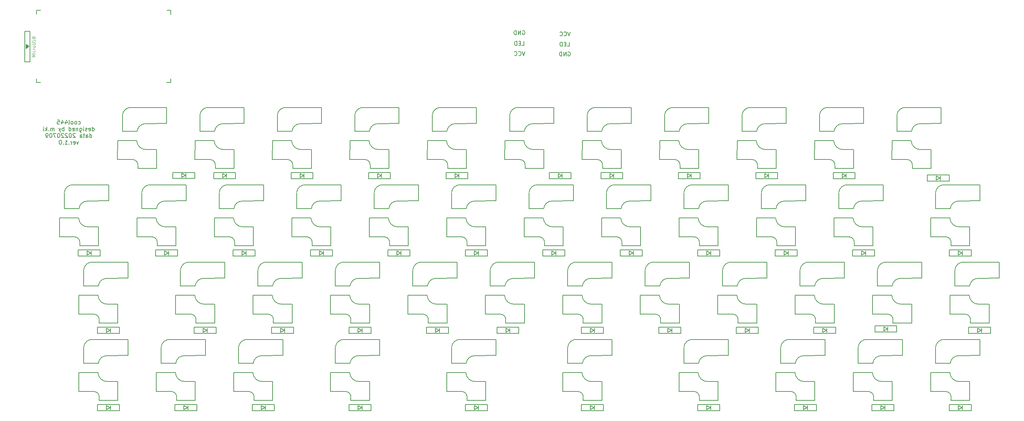
<source format=gbr>
G04 #@! TF.GenerationSoftware,KiCad,Pcbnew,(5.1.6-0-10_14)*
G04 #@! TF.CreationDate,2022-07-10T08:57:52+09:00*
G04 #@! TF.ProjectId,cool445,636f6f6c-3434-4352-9e6b-696361645f70,rev?*
G04 #@! TF.SameCoordinates,Original*
G04 #@! TF.FileFunction,Legend,Bot*
G04 #@! TF.FilePolarity,Positive*
%FSLAX46Y46*%
G04 Gerber Fmt 4.6, Leading zero omitted, Abs format (unit mm)*
G04 Created by KiCad (PCBNEW (5.1.6-0-10_14)) date 2022-07-10 08:57:52*
%MOMM*%
%LPD*%
G01*
G04 APERTURE LIST*
%ADD10C,0.150000*%
%ADD11C,0.120000*%
G04 APERTURE END LIST*
D10*
X21167142Y2740238D02*
X21262380Y2692619D01*
X21452857Y2692619D01*
X21548095Y2740238D01*
X21595714Y2787857D01*
X21643333Y2883095D01*
X21643333Y3168809D01*
X21595714Y3264047D01*
X21548095Y3311666D01*
X21452857Y3359285D01*
X21262380Y3359285D01*
X21167142Y3311666D01*
X20595714Y2692619D02*
X20690952Y2740238D01*
X20738571Y2787857D01*
X20786190Y2883095D01*
X20786190Y3168809D01*
X20738571Y3264047D01*
X20690952Y3311666D01*
X20595714Y3359285D01*
X20452857Y3359285D01*
X20357619Y3311666D01*
X20310000Y3264047D01*
X20262380Y3168809D01*
X20262380Y2883095D01*
X20310000Y2787857D01*
X20357619Y2740238D01*
X20452857Y2692619D01*
X20595714Y2692619D01*
X19690952Y2692619D02*
X19786190Y2740238D01*
X19833809Y2787857D01*
X19881428Y2883095D01*
X19881428Y3168809D01*
X19833809Y3264047D01*
X19786190Y3311666D01*
X19690952Y3359285D01*
X19548095Y3359285D01*
X19452857Y3311666D01*
X19405238Y3264047D01*
X19357619Y3168809D01*
X19357619Y2883095D01*
X19405238Y2787857D01*
X19452857Y2740238D01*
X19548095Y2692619D01*
X19690952Y2692619D01*
X18786190Y2692619D02*
X18881428Y2740238D01*
X18929047Y2835476D01*
X18929047Y3692619D01*
X17976666Y3359285D02*
X17976666Y2692619D01*
X18214761Y3740238D02*
X18452857Y3025952D01*
X17833809Y3025952D01*
X17024285Y3359285D02*
X17024285Y2692619D01*
X17262380Y3740238D02*
X17500476Y3025952D01*
X16881428Y3025952D01*
X16024285Y3692619D02*
X16500476Y3692619D01*
X16548095Y3216428D01*
X16500476Y3264047D01*
X16405238Y3311666D01*
X16167142Y3311666D01*
X16071904Y3264047D01*
X16024285Y3216428D01*
X15976666Y3121190D01*
X15976666Y2883095D01*
X16024285Y2787857D01*
X16071904Y2740238D01*
X16167142Y2692619D01*
X16405238Y2692619D01*
X16500476Y2740238D01*
X16548095Y2787857D01*
X24595714Y1042619D02*
X24595714Y2042619D01*
X24595714Y1090238D02*
X24690952Y1042619D01*
X24881428Y1042619D01*
X24976666Y1090238D01*
X25024285Y1137857D01*
X25071904Y1233095D01*
X25071904Y1518809D01*
X25024285Y1614047D01*
X24976666Y1661666D01*
X24881428Y1709285D01*
X24690952Y1709285D01*
X24595714Y1661666D01*
X23738571Y1090238D02*
X23833809Y1042619D01*
X24024285Y1042619D01*
X24119523Y1090238D01*
X24167142Y1185476D01*
X24167142Y1566428D01*
X24119523Y1661666D01*
X24024285Y1709285D01*
X23833809Y1709285D01*
X23738571Y1661666D01*
X23690952Y1566428D01*
X23690952Y1471190D01*
X24167142Y1375952D01*
X23310000Y1090238D02*
X23214761Y1042619D01*
X23024285Y1042619D01*
X22929047Y1090238D01*
X22881428Y1185476D01*
X22881428Y1233095D01*
X22929047Y1328333D01*
X23024285Y1375952D01*
X23167142Y1375952D01*
X23262380Y1423571D01*
X23310000Y1518809D01*
X23310000Y1566428D01*
X23262380Y1661666D01*
X23167142Y1709285D01*
X23024285Y1709285D01*
X22929047Y1661666D01*
X22452857Y1042619D02*
X22452857Y1709285D01*
X22452857Y2042619D02*
X22500476Y1995000D01*
X22452857Y1947380D01*
X22405238Y1995000D01*
X22452857Y2042619D01*
X22452857Y1947380D01*
X21548095Y1709285D02*
X21548095Y899761D01*
X21595714Y804523D01*
X21643333Y756904D01*
X21738571Y709285D01*
X21881428Y709285D01*
X21976666Y756904D01*
X21548095Y1090238D02*
X21643333Y1042619D01*
X21833809Y1042619D01*
X21929047Y1090238D01*
X21976666Y1137857D01*
X22024285Y1233095D01*
X22024285Y1518809D01*
X21976666Y1614047D01*
X21929047Y1661666D01*
X21833809Y1709285D01*
X21643333Y1709285D01*
X21548095Y1661666D01*
X21071904Y1709285D02*
X21071904Y1042619D01*
X21071904Y1614047D02*
X21024285Y1661666D01*
X20929047Y1709285D01*
X20786190Y1709285D01*
X20690952Y1661666D01*
X20643333Y1566428D01*
X20643333Y1042619D01*
X19786190Y1090238D02*
X19881428Y1042619D01*
X20071904Y1042619D01*
X20167142Y1090238D01*
X20214761Y1185476D01*
X20214761Y1566428D01*
X20167142Y1661666D01*
X20071904Y1709285D01*
X19881428Y1709285D01*
X19786190Y1661666D01*
X19738571Y1566428D01*
X19738571Y1471190D01*
X20214761Y1375952D01*
X18881428Y1042619D02*
X18881428Y2042619D01*
X18881428Y1090238D02*
X18976666Y1042619D01*
X19167142Y1042619D01*
X19262380Y1090238D01*
X19310000Y1137857D01*
X19357619Y1233095D01*
X19357619Y1518809D01*
X19310000Y1614047D01*
X19262380Y1661666D01*
X19167142Y1709285D01*
X18976666Y1709285D01*
X18881428Y1661666D01*
X17643333Y1042619D02*
X17643333Y2042619D01*
X17643333Y1661666D02*
X17548095Y1709285D01*
X17357619Y1709285D01*
X17262380Y1661666D01*
X17214761Y1614047D01*
X17167142Y1518809D01*
X17167142Y1233095D01*
X17214761Y1137857D01*
X17262380Y1090238D01*
X17357619Y1042619D01*
X17548095Y1042619D01*
X17643333Y1090238D01*
X16833809Y1709285D02*
X16595714Y1042619D01*
X16357619Y1709285D02*
X16595714Y1042619D01*
X16690952Y804523D01*
X16738571Y756904D01*
X16833809Y709285D01*
X15214761Y1042619D02*
X15214761Y1709285D01*
X15214761Y1614047D02*
X15167142Y1661666D01*
X15071904Y1709285D01*
X14929047Y1709285D01*
X14833809Y1661666D01*
X14786190Y1566428D01*
X14786190Y1042619D01*
X14786190Y1566428D02*
X14738571Y1661666D01*
X14643333Y1709285D01*
X14500476Y1709285D01*
X14405238Y1661666D01*
X14357619Y1566428D01*
X14357619Y1042619D01*
X13881428Y1137857D02*
X13833809Y1090238D01*
X13881428Y1042619D01*
X13929047Y1090238D01*
X13881428Y1137857D01*
X13881428Y1042619D01*
X13405238Y1042619D02*
X13405238Y2042619D01*
X13310000Y1423571D02*
X13024285Y1042619D01*
X13024285Y1709285D02*
X13405238Y1328333D01*
X12595714Y1042619D02*
X12595714Y1709285D01*
X12595714Y2042619D02*
X12643333Y1995000D01*
X12595714Y1947380D01*
X12548095Y1995000D01*
X12595714Y2042619D01*
X12595714Y1947380D01*
X23976666Y-607380D02*
X23976666Y392619D01*
X23976666Y-559761D02*
X24071904Y-607380D01*
X24262380Y-607380D01*
X24357619Y-559761D01*
X24405238Y-512142D01*
X24452857Y-416904D01*
X24452857Y-131190D01*
X24405238Y-35952D01*
X24357619Y11666D01*
X24262380Y59285D01*
X24071904Y59285D01*
X23976666Y11666D01*
X23071904Y-607380D02*
X23071904Y-83571D01*
X23119523Y11666D01*
X23214761Y59285D01*
X23405238Y59285D01*
X23500476Y11666D01*
X23071904Y-559761D02*
X23167142Y-607380D01*
X23405238Y-607380D01*
X23500476Y-559761D01*
X23548095Y-464523D01*
X23548095Y-369285D01*
X23500476Y-274047D01*
X23405238Y-226428D01*
X23167142Y-226428D01*
X23071904Y-178809D01*
X22738571Y59285D02*
X22357619Y59285D01*
X22595714Y392619D02*
X22595714Y-464523D01*
X22548095Y-559761D01*
X22452857Y-607380D01*
X22357619Y-607380D01*
X21595714Y-607380D02*
X21595714Y-83571D01*
X21643333Y11666D01*
X21738571Y59285D01*
X21929047Y59285D01*
X22024285Y11666D01*
X21595714Y-559761D02*
X21690952Y-607380D01*
X21929047Y-607380D01*
X22024285Y-559761D01*
X22071904Y-464523D01*
X22071904Y-369285D01*
X22024285Y-274047D01*
X21929047Y-226428D01*
X21690952Y-226428D01*
X21595714Y-178809D01*
X20405238Y297380D02*
X20357619Y345000D01*
X20262380Y392619D01*
X20024285Y392619D01*
X19929047Y345000D01*
X19881428Y297380D01*
X19833809Y202142D01*
X19833809Y106904D01*
X19881428Y-35952D01*
X20452857Y-607380D01*
X19833809Y-607380D01*
X19214761Y392619D02*
X19119523Y392619D01*
X19024285Y345000D01*
X18976666Y297380D01*
X18929047Y202142D01*
X18881428Y11666D01*
X18881428Y-226428D01*
X18929047Y-416904D01*
X18976666Y-512142D01*
X19024285Y-559761D01*
X19119523Y-607380D01*
X19214761Y-607380D01*
X19310000Y-559761D01*
X19357619Y-512142D01*
X19405238Y-416904D01*
X19452857Y-226428D01*
X19452857Y11666D01*
X19405238Y202142D01*
X19357619Y297380D01*
X19310000Y345000D01*
X19214761Y392619D01*
X18500476Y297380D02*
X18452857Y345000D01*
X18357619Y392619D01*
X18119523Y392619D01*
X18024285Y345000D01*
X17976666Y297380D01*
X17929047Y202142D01*
X17929047Y106904D01*
X17976666Y-35952D01*
X18548095Y-607380D01*
X17929047Y-607380D01*
X17548095Y297380D02*
X17500476Y345000D01*
X17405238Y392619D01*
X17167142Y392619D01*
X17071904Y345000D01*
X17024285Y297380D01*
X16976666Y202142D01*
X16976666Y106904D01*
X17024285Y-35952D01*
X17595714Y-607380D01*
X16976666Y-607380D01*
X16357619Y392619D02*
X16262380Y392619D01*
X16167142Y345000D01*
X16119523Y297380D01*
X16071904Y202142D01*
X16024285Y11666D01*
X16024285Y-226428D01*
X16071904Y-416904D01*
X16119523Y-512142D01*
X16167142Y-559761D01*
X16262380Y-607380D01*
X16357619Y-607380D01*
X16452857Y-559761D01*
X16500476Y-512142D01*
X16548095Y-416904D01*
X16595714Y-226428D01*
X16595714Y11666D01*
X16548095Y202142D01*
X16500476Y297380D01*
X16452857Y345000D01*
X16357619Y392619D01*
X15690952Y392619D02*
X15024285Y392619D01*
X15452857Y-607380D01*
X14452857Y392619D02*
X14357619Y392619D01*
X14262380Y345000D01*
X14214761Y297380D01*
X14167142Y202142D01*
X14119523Y11666D01*
X14119523Y-226428D01*
X14167142Y-416904D01*
X14214761Y-512142D01*
X14262380Y-559761D01*
X14357619Y-607380D01*
X14452857Y-607380D01*
X14548095Y-559761D01*
X14595714Y-512142D01*
X14643333Y-416904D01*
X14690952Y-226428D01*
X14690952Y11666D01*
X14643333Y202142D01*
X14595714Y297380D01*
X14548095Y345000D01*
X14452857Y392619D01*
X13643333Y-607380D02*
X13452857Y-607380D01*
X13357619Y-559761D01*
X13310000Y-512142D01*
X13214761Y-369285D01*
X13167142Y-178809D01*
X13167142Y202142D01*
X13214761Y297380D01*
X13262380Y345000D01*
X13357619Y392619D01*
X13548095Y392619D01*
X13643333Y345000D01*
X13690952Y297380D01*
X13738571Y202142D01*
X13738571Y-35952D01*
X13690952Y-131190D01*
X13643333Y-178809D01*
X13548095Y-226428D01*
X13357619Y-226428D01*
X13262380Y-178809D01*
X13214761Y-131190D01*
X13167142Y-35952D01*
X21214761Y-1590714D02*
X20976666Y-2257380D01*
X20738571Y-1590714D01*
X19976666Y-2209761D02*
X20071904Y-2257380D01*
X20262380Y-2257380D01*
X20357619Y-2209761D01*
X20405238Y-2114523D01*
X20405238Y-1733571D01*
X20357619Y-1638333D01*
X20262380Y-1590714D01*
X20071904Y-1590714D01*
X19976666Y-1638333D01*
X19929047Y-1733571D01*
X19929047Y-1828809D01*
X20405238Y-1924047D01*
X19500476Y-2257380D02*
X19500476Y-1590714D01*
X19500476Y-1781190D02*
X19452857Y-1685952D01*
X19405238Y-1638333D01*
X19310000Y-1590714D01*
X19214761Y-1590714D01*
X18881428Y-2162142D02*
X18833809Y-2209761D01*
X18881428Y-2257380D01*
X18929047Y-2209761D01*
X18881428Y-2162142D01*
X18881428Y-2257380D01*
X17881428Y-2257380D02*
X18452857Y-2257380D01*
X18167142Y-2257380D02*
X18167142Y-1257380D01*
X18262380Y-1400238D01*
X18357619Y-1495476D01*
X18452857Y-1543095D01*
X17452857Y-2162142D02*
X17405238Y-2209761D01*
X17452857Y-2257380D01*
X17500476Y-2209761D01*
X17452857Y-2162142D01*
X17452857Y-2257380D01*
X16786190Y-1257380D02*
X16690952Y-1257380D01*
X16595714Y-1305000D01*
X16548095Y-1352619D01*
X16500476Y-1447857D01*
X16452857Y-1638333D01*
X16452857Y-1876428D01*
X16500476Y-2066904D01*
X16548095Y-2162142D01*
X16595714Y-2209761D01*
X16690952Y-2257380D01*
X16786190Y-2257380D01*
X16881428Y-2209761D01*
X16929047Y-2162142D01*
X16976666Y-2066904D01*
X17024285Y-1876428D01*
X17024285Y-1638333D01*
X16976666Y-1447857D01*
X16929047Y-1352619D01*
X16881428Y-1305000D01*
X16786190Y-1257380D01*
X146311000Y4920000D02*
G75*
G02*
X148575000Y6804000I2074000J-190000D01*
G01*
X149915000Y920000D02*
G75*
G02*
X152175000Y2800000I2070000J-190000D01*
G01*
X149830000Y-1400000D02*
G75*
G03*
X152200000Y-3570000I2270000J100000D01*
G01*
X150120000Y-7450000D02*
G75*
G03*
X148900000Y-6030000I-1320000J100000D01*
G01*
X146300000Y896000D02*
X149910000Y896000D01*
X146300000Y4850000D02*
X146300000Y905000D01*
X157200000Y6804000D02*
X148575000Y6804000D01*
X157200000Y2896000D02*
X157200000Y6804000D01*
X157200000Y2850000D02*
X152150000Y2804000D01*
X154675000Y-8225000D02*
X150125000Y-8225000D01*
X154675000Y-3575000D02*
X152125000Y-3575000D01*
X149825000Y-1375000D02*
X145125000Y-1375000D01*
X148900000Y-6025000D02*
X145125000Y-6025000D01*
X154700000Y-3600000D02*
X154700000Y-8200000D01*
X145125000Y-1400000D02*
X145100000Y-6000000D01*
X150120000Y-7500000D02*
X150120000Y-8200000D01*
X176613000Y-67150000D02*
X175713000Y-66650000D01*
X175713000Y-66650000D02*
X175713000Y-67650000D01*
X175713000Y-67650000D02*
X176613000Y-67150000D01*
X176713000Y-66650000D02*
X176713000Y-67650000D01*
X173513000Y-66400000D02*
X178913000Y-66400000D01*
X178913000Y-66400000D02*
X178913000Y-67900000D01*
X178913000Y-67900000D02*
X173513000Y-67900000D01*
X173513000Y-67900000D02*
X173513000Y-66400000D01*
X148038000Y-67150000D02*
X147138000Y-66650000D01*
X147138000Y-66650000D02*
X147138000Y-67650000D01*
X147138000Y-67650000D02*
X148038000Y-67150000D01*
X148138000Y-66650000D02*
X148138000Y-67650000D01*
X144938000Y-66400000D02*
X150338000Y-66400000D01*
X150338000Y-66400000D02*
X150338000Y-67900000D01*
X150338000Y-67900000D02*
X144938000Y-67900000D01*
X144938000Y-67900000D02*
X144938000Y-66400000D01*
X119463000Y-67150000D02*
X118563000Y-66650000D01*
X118563000Y-66650000D02*
X118563000Y-67650000D01*
X118563000Y-67650000D02*
X119463000Y-67150000D01*
X119563000Y-66650000D02*
X119563000Y-67650000D01*
X116363000Y-66400000D02*
X121763000Y-66400000D01*
X121763000Y-66400000D02*
X121763000Y-67900000D01*
X121763000Y-67900000D02*
X116363000Y-67900000D01*
X116363000Y-67900000D02*
X116363000Y-66400000D01*
X90888000Y-67150000D02*
X89988000Y-66650000D01*
X89988000Y-66650000D02*
X89988000Y-67650000D01*
X89988000Y-67650000D02*
X90888000Y-67150000D01*
X90988000Y-66650000D02*
X90988000Y-67650000D01*
X87788000Y-66400000D02*
X93188000Y-66400000D01*
X93188000Y-66400000D02*
X93188000Y-67900000D01*
X93188000Y-67900000D02*
X87788000Y-67900000D01*
X87788000Y-67900000D02*
X87788000Y-66400000D01*
X28975499Y-48100000D02*
X28075499Y-47600000D01*
X28075499Y-47600000D02*
X28075499Y-48600000D01*
X28075499Y-48600000D02*
X28975499Y-48100000D01*
X29075499Y-47600000D02*
X29075499Y-48600000D01*
X25875499Y-47350000D02*
X31275499Y-47350000D01*
X31275499Y-47350000D02*
X31275499Y-48850000D01*
X31275499Y-48850000D02*
X25875499Y-48850000D01*
X25875499Y-48850000D02*
X25875499Y-47350000D01*
X233130000Y-10560000D02*
X232230000Y-10060000D01*
X232230000Y-10060000D02*
X232230000Y-11060000D01*
X232230000Y-11060000D02*
X233130000Y-10560000D01*
X233230000Y-10060000D02*
X233230000Y-11060000D01*
X230030000Y-9810000D02*
X235430000Y-9810000D01*
X235430000Y-9810000D02*
X235430000Y-11310000D01*
X235430000Y-11310000D02*
X230030000Y-11310000D01*
X230030000Y-11310000D02*
X230030000Y-9810000D01*
X47500000Y-9940000D02*
X46600000Y-9440000D01*
X46600000Y-9440000D02*
X46600000Y-10440000D01*
X46600000Y-10440000D02*
X47500000Y-9940000D01*
X47600000Y-9440000D02*
X47600000Y-10440000D01*
X44400000Y-9190000D02*
X49800000Y-9190000D01*
X49800000Y-9190000D02*
X49800000Y-10690000D01*
X49800000Y-10690000D02*
X44400000Y-10690000D01*
X44400000Y-10690000D02*
X44400000Y-9190000D01*
X238525000Y-67150000D02*
X237625000Y-66650000D01*
X237625000Y-66650000D02*
X237625000Y-67650000D01*
X237625000Y-67650000D02*
X238525000Y-67150000D01*
X238625000Y-66650000D02*
X238625000Y-67650000D01*
X235425000Y-66400000D02*
X240825000Y-66400000D01*
X240825000Y-66400000D02*
X240825000Y-67900000D01*
X240825000Y-67900000D02*
X235425000Y-67900000D01*
X235425000Y-67900000D02*
X235425000Y-66400000D01*
X219475000Y-67150000D02*
X218575000Y-66650000D01*
X218575000Y-66650000D02*
X218575000Y-67650000D01*
X218575000Y-67650000D02*
X219475000Y-67150000D01*
X219575000Y-66650000D02*
X219575000Y-67650000D01*
X216375000Y-66400000D02*
X221775000Y-66400000D01*
X221775000Y-66400000D02*
X221775000Y-67900000D01*
X221775000Y-67900000D02*
X216375000Y-67900000D01*
X216375000Y-67900000D02*
X216375000Y-66400000D01*
X200425000Y-67150000D02*
X199525000Y-66650000D01*
X199525000Y-66650000D02*
X199525000Y-67650000D01*
X199525000Y-67650000D02*
X200425000Y-67150000D01*
X200525000Y-66650000D02*
X200525000Y-67650000D01*
X197325000Y-66400000D02*
X202725000Y-66400000D01*
X202725000Y-66400000D02*
X202725000Y-67900000D01*
X202725000Y-67900000D02*
X197325000Y-67900000D01*
X197325000Y-67900000D02*
X197325000Y-66400000D01*
X67075000Y-67150000D02*
X66175000Y-66650000D01*
X66175000Y-66650000D02*
X66175000Y-67650000D01*
X66175000Y-67650000D02*
X67075000Y-67150000D01*
X67175000Y-66650000D02*
X67175000Y-67650000D01*
X63975000Y-66400000D02*
X69375000Y-66400000D01*
X69375000Y-66400000D02*
X69375000Y-67900000D01*
X69375000Y-67900000D02*
X63975000Y-67900000D01*
X63975000Y-67900000D02*
X63975000Y-66400000D01*
X48025000Y-67150000D02*
X47125000Y-66650000D01*
X47125000Y-66650000D02*
X47125000Y-67650000D01*
X47125000Y-67650000D02*
X48025000Y-67150000D01*
X48125000Y-66650000D02*
X48125000Y-67650000D01*
X44925000Y-66400000D02*
X50325000Y-66400000D01*
X50325000Y-66400000D02*
X50325000Y-67900000D01*
X50325000Y-67900000D02*
X44925000Y-67900000D01*
X44925000Y-67900000D02*
X44925000Y-66400000D01*
X28975000Y-67150000D02*
X28075000Y-66650000D01*
X28075000Y-66650000D02*
X28075000Y-67650000D01*
X28075000Y-67650000D02*
X28975000Y-67150000D01*
X29075000Y-66650000D02*
X29075000Y-67650000D01*
X25875000Y-66400000D02*
X31275000Y-66400000D01*
X31275000Y-66400000D02*
X31275000Y-67900000D01*
X31275000Y-67900000D02*
X25875000Y-67900000D01*
X25875000Y-67900000D02*
X25875000Y-66400000D01*
X243287500Y-48100000D02*
X242387500Y-47600000D01*
X242387500Y-47600000D02*
X242387500Y-48600000D01*
X242387500Y-48600000D02*
X243287500Y-48100000D01*
X243387500Y-47600000D02*
X243387500Y-48600000D01*
X240187500Y-47350000D02*
X245587500Y-47350000D01*
X245587500Y-47350000D02*
X245587500Y-48850000D01*
X245587500Y-48850000D02*
X240187500Y-48850000D01*
X240187500Y-48850000D02*
X240187500Y-47350000D01*
X220180000Y-47730000D02*
X219280000Y-47230000D01*
X219280000Y-47230000D02*
X219280000Y-48230000D01*
X219280000Y-48230000D02*
X220180000Y-47730000D01*
X220280000Y-47230000D02*
X220280000Y-48230000D01*
X217080000Y-46980000D02*
X222480000Y-46980000D01*
X222480000Y-46980000D02*
X222480000Y-48480000D01*
X222480000Y-48480000D02*
X217080000Y-48480000D01*
X217080000Y-48480000D02*
X217080000Y-46980000D01*
X205187500Y-48100000D02*
X204287500Y-47600000D01*
X204287500Y-47600000D02*
X204287500Y-48600000D01*
X204287500Y-48600000D02*
X205187500Y-48100000D01*
X205287500Y-47600000D02*
X205287500Y-48600000D01*
X202087500Y-47350000D02*
X207487500Y-47350000D01*
X207487500Y-47350000D02*
X207487500Y-48850000D01*
X207487500Y-48850000D02*
X202087500Y-48850000D01*
X202087500Y-48850000D02*
X202087500Y-47350000D01*
X186137500Y-48100000D02*
X185237500Y-47600000D01*
X185237500Y-47600000D02*
X185237500Y-48600000D01*
X185237500Y-48600000D02*
X186137500Y-48100000D01*
X186237500Y-47600000D02*
X186237500Y-48600000D01*
X183037500Y-47350000D02*
X188437500Y-47350000D01*
X188437500Y-47350000D02*
X188437500Y-48850000D01*
X188437500Y-48850000D02*
X183037500Y-48850000D01*
X183037500Y-48850000D02*
X183037500Y-47350000D01*
X167087500Y-48100000D02*
X166187500Y-47600000D01*
X166187500Y-47600000D02*
X166187500Y-48600000D01*
X166187500Y-48600000D02*
X167087500Y-48100000D01*
X167187500Y-47600000D02*
X167187500Y-48600000D01*
X163987500Y-47350000D02*
X169387500Y-47350000D01*
X169387500Y-47350000D02*
X169387500Y-48850000D01*
X169387500Y-48850000D02*
X163987500Y-48850000D01*
X163987500Y-48850000D02*
X163987500Y-47350000D01*
X148037500Y-48100000D02*
X147137500Y-47600000D01*
X147137500Y-47600000D02*
X147137500Y-48600000D01*
X147137500Y-48600000D02*
X148037500Y-48100000D01*
X148137500Y-47600000D02*
X148137500Y-48600000D01*
X144937500Y-47350000D02*
X150337500Y-47350000D01*
X150337500Y-47350000D02*
X150337500Y-48850000D01*
X150337500Y-48850000D02*
X144937500Y-48850000D01*
X144937500Y-48850000D02*
X144937500Y-47350000D01*
X127220000Y-48080000D02*
X126320000Y-47580000D01*
X126320000Y-47580000D02*
X126320000Y-48580000D01*
X126320000Y-48580000D02*
X127220000Y-48080000D01*
X127320000Y-47580000D02*
X127320000Y-48580000D01*
X124120000Y-47330000D02*
X129520000Y-47330000D01*
X129520000Y-47330000D02*
X129520000Y-48830000D01*
X129520000Y-48830000D02*
X124120000Y-48830000D01*
X124120000Y-48830000D02*
X124120000Y-47330000D01*
X109937500Y-48100000D02*
X109037500Y-47600000D01*
X109037500Y-47600000D02*
X109037500Y-48600000D01*
X109037500Y-48600000D02*
X109937500Y-48100000D01*
X110037500Y-47600000D02*
X110037500Y-48600000D01*
X106837500Y-47350000D02*
X112237500Y-47350000D01*
X112237500Y-47350000D02*
X112237500Y-48850000D01*
X112237500Y-48850000D02*
X106837500Y-48850000D01*
X106837500Y-48850000D02*
X106837500Y-47350000D01*
X90887500Y-48100000D02*
X89987500Y-47600000D01*
X89987500Y-47600000D02*
X89987500Y-48600000D01*
X89987500Y-48600000D02*
X90887500Y-48100000D01*
X90987500Y-47600000D02*
X90987500Y-48600000D01*
X87787500Y-47350000D02*
X93187500Y-47350000D01*
X93187500Y-47350000D02*
X93187500Y-48850000D01*
X93187500Y-48850000D02*
X87787500Y-48850000D01*
X87787500Y-48850000D02*
X87787500Y-47350000D01*
X71837500Y-48100000D02*
X70937500Y-47600000D01*
X70937500Y-47600000D02*
X70937500Y-48600000D01*
X70937500Y-48600000D02*
X71837500Y-48100000D01*
X71937500Y-47600000D02*
X71937500Y-48600000D01*
X68737500Y-47350000D02*
X74137500Y-47350000D01*
X74137500Y-47350000D02*
X74137500Y-48850000D01*
X74137500Y-48850000D02*
X68737500Y-48850000D01*
X68737500Y-48850000D02*
X68737500Y-47350000D01*
X52787500Y-48100000D02*
X51887500Y-47600000D01*
X51887500Y-47600000D02*
X51887500Y-48600000D01*
X51887500Y-48600000D02*
X52787500Y-48100000D01*
X52887500Y-47600000D02*
X52887500Y-48600000D01*
X49687500Y-47350000D02*
X55087500Y-47350000D01*
X55087500Y-47350000D02*
X55087500Y-48850000D01*
X55087500Y-48850000D02*
X49687500Y-48850000D01*
X49687500Y-48850000D02*
X49687500Y-47350000D01*
X209950000Y-10000000D02*
X209050000Y-9500000D01*
X209050000Y-9500000D02*
X209050000Y-10500000D01*
X209050000Y-10500000D02*
X209950000Y-10000000D01*
X210050000Y-9500000D02*
X210050000Y-10500000D01*
X206850000Y-9250000D02*
X212250000Y-9250000D01*
X212250000Y-9250000D02*
X212250000Y-10750000D01*
X212250000Y-10750000D02*
X206850000Y-10750000D01*
X206850000Y-10750000D02*
X206850000Y-9250000D01*
X190900000Y-10000000D02*
X190000000Y-9500000D01*
X190000000Y-9500000D02*
X190000000Y-10500000D01*
X190000000Y-10500000D02*
X190900000Y-10000000D01*
X191000000Y-9500000D02*
X191000000Y-10500000D01*
X187800000Y-9250000D02*
X193200000Y-9250000D01*
X193200000Y-9250000D02*
X193200000Y-10750000D01*
X193200000Y-10750000D02*
X187800000Y-10750000D01*
X187800000Y-10750000D02*
X187800000Y-9250000D01*
X171850000Y-10000000D02*
X170950000Y-9500000D01*
X170950000Y-9500000D02*
X170950000Y-10500000D01*
X170950000Y-10500000D02*
X171850000Y-10000000D01*
X171950000Y-9500000D02*
X171950000Y-10500000D01*
X168750000Y-9250000D02*
X174150000Y-9250000D01*
X174150000Y-9250000D02*
X174150000Y-10750000D01*
X174150000Y-10750000D02*
X168750000Y-10750000D01*
X168750000Y-10750000D02*
X168750000Y-9250000D01*
X152800000Y-10000000D02*
X151900000Y-9500000D01*
X151900000Y-9500000D02*
X151900000Y-10500000D01*
X151900000Y-10500000D02*
X152800000Y-10000000D01*
X152900000Y-9500000D02*
X152900000Y-10500000D01*
X149700000Y-9250000D02*
X155100000Y-9250000D01*
X155100000Y-9250000D02*
X155100000Y-10750000D01*
X155100000Y-10750000D02*
X149700000Y-10750000D01*
X149700000Y-10750000D02*
X149700000Y-9250000D01*
X140100000Y-10000000D02*
X139200000Y-9500000D01*
X139200000Y-9500000D02*
X139200000Y-10500000D01*
X139200000Y-10500000D02*
X140100000Y-10000000D01*
X140200000Y-9500000D02*
X140200000Y-10500000D01*
X137000000Y-9250000D02*
X142400000Y-9250000D01*
X142400000Y-9250000D02*
X142400000Y-10750000D01*
X142400000Y-10750000D02*
X137000000Y-10750000D01*
X137000000Y-10750000D02*
X137000000Y-9250000D01*
X114700000Y-10000000D02*
X113800000Y-9500000D01*
X113800000Y-9500000D02*
X113800000Y-10500000D01*
X113800000Y-10500000D02*
X114700000Y-10000000D01*
X114800000Y-9500000D02*
X114800000Y-10500000D01*
X111600000Y-9250000D02*
X117000000Y-9250000D01*
X117000000Y-9250000D02*
X117000000Y-10750000D01*
X117000000Y-10750000D02*
X111600000Y-10750000D01*
X111600000Y-10750000D02*
X111600000Y-9250000D01*
X95650000Y-10000000D02*
X94750000Y-9500000D01*
X94750000Y-9500000D02*
X94750000Y-10500000D01*
X94750000Y-10500000D02*
X95650000Y-10000000D01*
X95750000Y-9500000D02*
X95750000Y-10500000D01*
X92550000Y-9250000D02*
X97950000Y-9250000D01*
X97950000Y-9250000D02*
X97950000Y-10750000D01*
X97950000Y-10750000D02*
X92550000Y-10750000D01*
X92550000Y-10750000D02*
X92550000Y-9250000D01*
X76600000Y-10000000D02*
X75700000Y-9500000D01*
X75700000Y-9500000D02*
X75700000Y-10500000D01*
X75700000Y-10500000D02*
X76600000Y-10000000D01*
X76700000Y-9500000D02*
X76700000Y-10500000D01*
X73500000Y-9250000D02*
X78900000Y-9250000D01*
X78900000Y-9250000D02*
X78900000Y-10750000D01*
X78900000Y-10750000D02*
X73500000Y-10750000D01*
X73500000Y-10750000D02*
X73500000Y-9250000D01*
X57550000Y-10000000D02*
X56650000Y-9500000D01*
X56650000Y-9500000D02*
X56650000Y-10500000D01*
X56650000Y-10500000D02*
X57550000Y-10000000D01*
X57650000Y-9500000D02*
X57650000Y-10500000D01*
X54450000Y-9250000D02*
X59850000Y-9250000D01*
X59850000Y-9250000D02*
X59850000Y-10750000D01*
X59850000Y-10750000D02*
X54450000Y-10750000D01*
X54450000Y-10750000D02*
X54450000Y-9250000D01*
X21112500Y-28300000D02*
X21112500Y-29800000D01*
X26512500Y-28300000D02*
X21112500Y-28300000D01*
X26512500Y-29800000D02*
X26512500Y-28300000D01*
X21112500Y-29800000D02*
X26512500Y-29800000D01*
X24312500Y-29550000D02*
X24312500Y-28550000D01*
X23312500Y-28550000D02*
X24212500Y-29050000D01*
X23312500Y-29550000D02*
X23312500Y-28550000D01*
X24212500Y-29050000D02*
X23312500Y-29550000D01*
X40162500Y-28300000D02*
X40162500Y-29800000D01*
X45562500Y-28300000D02*
X40162500Y-28300000D01*
X45562500Y-29800000D02*
X45562500Y-28300000D01*
X40162500Y-29800000D02*
X45562500Y-29800000D01*
X43362500Y-29550000D02*
X43362500Y-28550000D01*
X42362500Y-28550000D02*
X43262500Y-29050000D01*
X42362500Y-29550000D02*
X42362500Y-28550000D01*
X43262500Y-29050000D02*
X42362500Y-29550000D01*
X59212500Y-28300000D02*
X59212500Y-29800000D01*
X64612500Y-28300000D02*
X59212500Y-28300000D01*
X64612500Y-29800000D02*
X64612500Y-28300000D01*
X59212500Y-29800000D02*
X64612500Y-29800000D01*
X62412500Y-29550000D02*
X62412500Y-28550000D01*
X61412500Y-28550000D02*
X62312500Y-29050000D01*
X61412500Y-29550000D02*
X61412500Y-28550000D01*
X62312500Y-29050000D02*
X61412500Y-29550000D01*
X78262500Y-28300000D02*
X78262500Y-29800000D01*
X83662500Y-28300000D02*
X78262500Y-28300000D01*
X83662500Y-29800000D02*
X83662500Y-28300000D01*
X78262500Y-29800000D02*
X83662500Y-29800000D01*
X81462500Y-29550000D02*
X81462500Y-28550000D01*
X80462500Y-28550000D02*
X81362500Y-29050000D01*
X80462500Y-29550000D02*
X80462500Y-28550000D01*
X81362500Y-29050000D02*
X80462500Y-29550000D01*
X165350000Y896000D02*
X168960000Y896000D01*
X165350000Y4850000D02*
X165350000Y905000D01*
X176250000Y6804000D02*
X167625000Y6804000D01*
X176250000Y2896000D02*
X176250000Y6804000D01*
X176250000Y2850000D02*
X171200000Y2804000D01*
X173725000Y-8225000D02*
X169175000Y-8225000D01*
X173725000Y-3575000D02*
X171175000Y-3575000D01*
X168875000Y-1375000D02*
X164175000Y-1375000D01*
X167950000Y-6025000D02*
X164175000Y-6025000D01*
X173750000Y-3600000D02*
X173750000Y-8200000D01*
X164175000Y-1400000D02*
X164150000Y-6000000D01*
X169170000Y-7500000D02*
X169170000Y-8200000D01*
X165361000Y4920000D02*
G75*
G02*
X167625000Y6804000I2074000J-190000D01*
G01*
X168965000Y920000D02*
G75*
G02*
X171225000Y2800000I2070000J-190000D01*
G01*
X168880000Y-1400000D02*
G75*
G03*
X171250000Y-3570000I2270000J100000D01*
G01*
X169170000Y-7450000D02*
G75*
G03*
X167950000Y-6030000I-1320000J100000D01*
G01*
X8770000Y21660000D02*
X8770000Y21960000D01*
X8620000Y21560000D02*
X8620000Y22060000D01*
X8470000Y21460000D02*
X8470000Y22160000D01*
X8970000Y21810000D02*
X8320000Y21310000D01*
X8320000Y22310000D02*
X8970000Y21810000D01*
X8320000Y21310000D02*
X8320000Y22310000D01*
X7970000Y25560000D02*
X7970000Y18060000D01*
X9270000Y25560000D02*
X7970000Y25560000D01*
X9270000Y18060000D02*
X9270000Y25560000D01*
X7970000Y18060000D02*
X9270000Y18060000D01*
X10870000Y12910000D02*
X11870000Y12910000D01*
X10870000Y30710000D02*
X11870000Y30710000D01*
X10870000Y12910000D02*
X10870000Y13910000D01*
X10870000Y30710000D02*
X10870000Y29760000D01*
X42870000Y12910000D02*
X43920000Y12910000D01*
X42920000Y30710000D02*
X43920000Y30710000D01*
X43920000Y12910000D02*
X43920000Y13910000D01*
X43920000Y30710000D02*
X43920000Y29700000D01*
X97312500Y-28300000D02*
X97312500Y-29800000D01*
X102712500Y-28300000D02*
X97312500Y-28300000D01*
X102712500Y-29800000D02*
X102712500Y-28300000D01*
X97312500Y-29800000D02*
X102712500Y-29800000D01*
X100512500Y-29550000D02*
X100512500Y-28550000D01*
X99512500Y-28550000D02*
X100412500Y-29050000D01*
X99512500Y-29550000D02*
X99512500Y-28550000D01*
X100412500Y-29050000D02*
X99512500Y-29550000D01*
X119462500Y-29050000D02*
X118562500Y-29550000D01*
X118562500Y-29550000D02*
X118562500Y-28550000D01*
X118562500Y-28550000D02*
X119462500Y-29050000D01*
X119562500Y-29550000D02*
X119562500Y-28550000D01*
X116362500Y-29800000D02*
X121762500Y-29800000D01*
X121762500Y-29800000D02*
X121762500Y-28300000D01*
X121762500Y-28300000D02*
X116362500Y-28300000D01*
X116362500Y-28300000D02*
X116362500Y-29800000D01*
X138512500Y-29050000D02*
X137612500Y-29550000D01*
X137612500Y-29550000D02*
X137612500Y-28550000D01*
X137612500Y-28550000D02*
X138512500Y-29050000D01*
X138612500Y-29550000D02*
X138612500Y-28550000D01*
X135412500Y-29800000D02*
X140812500Y-29800000D01*
X140812500Y-29800000D02*
X140812500Y-28300000D01*
X140812500Y-28300000D02*
X135412500Y-28300000D01*
X135412500Y-28300000D02*
X135412500Y-29800000D01*
X157562500Y-29050000D02*
X156662500Y-29550000D01*
X156662500Y-29550000D02*
X156662500Y-28550000D01*
X156662500Y-28550000D02*
X157562500Y-29050000D01*
X157662500Y-29550000D02*
X157662500Y-28550000D01*
X154462500Y-29800000D02*
X159862500Y-29800000D01*
X159862500Y-29800000D02*
X159862500Y-28300000D01*
X159862500Y-28300000D02*
X154462500Y-28300000D01*
X154462500Y-28300000D02*
X154462500Y-29800000D01*
X176612500Y-29050000D02*
X175712500Y-29550000D01*
X175712500Y-29550000D02*
X175712500Y-28550000D01*
X175712500Y-28550000D02*
X176612500Y-29050000D01*
X176712500Y-29550000D02*
X176712500Y-28550000D01*
X173512500Y-29800000D02*
X178912500Y-29800000D01*
X178912500Y-29800000D02*
X178912500Y-28300000D01*
X178912500Y-28300000D02*
X173512500Y-28300000D01*
X173512500Y-28300000D02*
X173512500Y-29800000D01*
X195662500Y-29050000D02*
X194762500Y-29550000D01*
X194762500Y-29550000D02*
X194762500Y-28550000D01*
X194762500Y-28550000D02*
X195662500Y-29050000D01*
X195762500Y-29550000D02*
X195762500Y-28550000D01*
X192562500Y-29800000D02*
X197962500Y-29800000D01*
X197962500Y-29800000D02*
X197962500Y-28300000D01*
X197962500Y-28300000D02*
X192562500Y-28300000D01*
X192562500Y-28300000D02*
X192562500Y-29800000D01*
X214712500Y-29050000D02*
X213812500Y-29550000D01*
X213812500Y-29550000D02*
X213812500Y-28550000D01*
X213812500Y-28550000D02*
X214712500Y-29050000D01*
X214812500Y-29550000D02*
X214812500Y-28550000D01*
X211612500Y-29800000D02*
X217012500Y-29800000D01*
X217012500Y-29800000D02*
X217012500Y-28300000D01*
X217012500Y-28300000D02*
X211612500Y-28300000D01*
X211612500Y-28300000D02*
X211612500Y-29800000D01*
X238525500Y-29050000D02*
X237625500Y-29550000D01*
X237625500Y-29550000D02*
X237625500Y-28550000D01*
X237625500Y-28550000D02*
X238525500Y-29050000D01*
X238625500Y-29550000D02*
X238625500Y-28550000D01*
X235425500Y-29800000D02*
X240825500Y-29800000D01*
X240825500Y-29800000D02*
X240825500Y-28300000D01*
X240825500Y-28300000D02*
X235425500Y-28300000D01*
X235425500Y-28300000D02*
X235425500Y-29800000D01*
X51050000Y896000D02*
X54660000Y896000D01*
X51050000Y4850000D02*
X51050000Y905000D01*
X61950000Y6804000D02*
X53325000Y6804000D01*
X61950000Y2896000D02*
X61950000Y6804000D01*
X61950000Y2850000D02*
X56900000Y2804000D01*
X59425000Y-8225000D02*
X54875000Y-8225000D01*
X59425000Y-3575000D02*
X56875000Y-3575000D01*
X54575000Y-1375000D02*
X49875000Y-1375000D01*
X53650000Y-6025000D02*
X49875000Y-6025000D01*
X59450000Y-3600000D02*
X59450000Y-8200000D01*
X49875000Y-1400000D02*
X49850000Y-6000000D01*
X54870000Y-7500000D02*
X54870000Y-8200000D01*
X51061000Y4920000D02*
G75*
G02*
X53325000Y6804000I2074000J-190000D01*
G01*
X54665000Y920000D02*
G75*
G02*
X56925000Y2800000I2070000J-190000D01*
G01*
X54580000Y-1400000D02*
G75*
G03*
X56950000Y-3570000I2270000J100000D01*
G01*
X54870000Y-7450000D02*
G75*
G03*
X53650000Y-6030000I-1320000J100000D01*
G01*
X73920000Y-7500000D02*
X73920000Y-8200000D01*
X68925000Y-1400000D02*
X68900000Y-6000000D01*
X78500000Y-3600000D02*
X78500000Y-8200000D01*
X72700000Y-6025000D02*
X68925000Y-6025000D01*
X73625000Y-1375000D02*
X68925000Y-1375000D01*
X78475000Y-3575000D02*
X75925000Y-3575000D01*
X78475000Y-8225000D02*
X73925000Y-8225000D01*
X81000000Y2850000D02*
X75950000Y2804000D01*
X81000000Y2896000D02*
X81000000Y6804000D01*
X81000000Y6804000D02*
X72375000Y6804000D01*
X70100000Y4850000D02*
X70100000Y905000D01*
X70100000Y896000D02*
X73710000Y896000D01*
X73920000Y-7450000D02*
G75*
G03*
X72700000Y-6030000I-1320000J100000D01*
G01*
X73630000Y-1400000D02*
G75*
G03*
X76000000Y-3570000I2270000J100000D01*
G01*
X73715000Y920000D02*
G75*
G02*
X75975000Y2800000I2070000J-190000D01*
G01*
X70111000Y4920000D02*
G75*
G02*
X72375000Y6804000I2074000J-190000D01*
G01*
X92970000Y-7500000D02*
X92970000Y-8200000D01*
X87975000Y-1400000D02*
X87950000Y-6000000D01*
X97550000Y-3600000D02*
X97550000Y-8200000D01*
X91750000Y-6025000D02*
X87975000Y-6025000D01*
X92675000Y-1375000D02*
X87975000Y-1375000D01*
X97525000Y-3575000D02*
X94975000Y-3575000D01*
X97525000Y-8225000D02*
X92975000Y-8225000D01*
X100050000Y2850000D02*
X95000000Y2804000D01*
X100050000Y2896000D02*
X100050000Y6804000D01*
X100050000Y6804000D02*
X91425000Y6804000D01*
X89150000Y4850000D02*
X89150000Y905000D01*
X89150000Y896000D02*
X92760000Y896000D01*
X92970000Y-7450000D02*
G75*
G03*
X91750000Y-6030000I-1320000J100000D01*
G01*
X92680000Y-1400000D02*
G75*
G03*
X95050000Y-3570000I2270000J100000D01*
G01*
X92765000Y920000D02*
G75*
G02*
X95025000Y2800000I2070000J-190000D01*
G01*
X89161000Y4920000D02*
G75*
G02*
X91425000Y6804000I2074000J-190000D01*
G01*
X108200000Y896000D02*
X111810000Y896000D01*
X108200000Y4850000D02*
X108200000Y905000D01*
X119100000Y6804000D02*
X110475000Y6804000D01*
X119100000Y2896000D02*
X119100000Y6804000D01*
X119100000Y2850000D02*
X114050000Y2804000D01*
X116575000Y-8225000D02*
X112025000Y-8225000D01*
X116575000Y-3575000D02*
X114025000Y-3575000D01*
X111725000Y-1375000D02*
X107025000Y-1375000D01*
X110800000Y-6025000D02*
X107025000Y-6025000D01*
X116600000Y-3600000D02*
X116600000Y-8200000D01*
X107025000Y-1400000D02*
X107000000Y-6000000D01*
X112020000Y-7500000D02*
X112020000Y-8200000D01*
X108211000Y4920000D02*
G75*
G02*
X110475000Y6804000I2074000J-190000D01*
G01*
X111815000Y920000D02*
G75*
G02*
X114075000Y2800000I2070000J-190000D01*
G01*
X111730000Y-1400000D02*
G75*
G03*
X114100000Y-3570000I2270000J100000D01*
G01*
X112020000Y-7450000D02*
G75*
G03*
X110800000Y-6030000I-1320000J100000D01*
G01*
X131070000Y-7500000D02*
X131070000Y-8200000D01*
X126075000Y-1400000D02*
X126050000Y-6000000D01*
X135650000Y-3600000D02*
X135650000Y-8200000D01*
X129850000Y-6025000D02*
X126075000Y-6025000D01*
X130775000Y-1375000D02*
X126075000Y-1375000D01*
X135625000Y-3575000D02*
X133075000Y-3575000D01*
X135625000Y-8225000D02*
X131075000Y-8225000D01*
X138150000Y2850000D02*
X133100000Y2804000D01*
X138150000Y2896000D02*
X138150000Y6804000D01*
X138150000Y6804000D02*
X129525000Y6804000D01*
X127250000Y4850000D02*
X127250000Y905000D01*
X127250000Y896000D02*
X130860000Y896000D01*
X131070000Y-7450000D02*
G75*
G03*
X129850000Y-6030000I-1320000J100000D01*
G01*
X130780000Y-1400000D02*
G75*
G03*
X133150000Y-3570000I2270000J100000D01*
G01*
X130865000Y920000D02*
G75*
G02*
X133125000Y2800000I2070000J-190000D01*
G01*
X127261000Y4920000D02*
G75*
G02*
X129525000Y6804000I2074000J-190000D01*
G01*
X184400000Y896000D02*
X188010000Y896000D01*
X184400000Y4850000D02*
X184400000Y905000D01*
X195300000Y6804000D02*
X186675000Y6804000D01*
X195300000Y2896000D02*
X195300000Y6804000D01*
X195300000Y2850000D02*
X190250000Y2804000D01*
X192775000Y-8225000D02*
X188225000Y-8225000D01*
X192775000Y-3575000D02*
X190225000Y-3575000D01*
X187925000Y-1375000D02*
X183225000Y-1375000D01*
X187000000Y-6025000D02*
X183225000Y-6025000D01*
X192800000Y-3600000D02*
X192800000Y-8200000D01*
X183225000Y-1400000D02*
X183200000Y-6000000D01*
X188220000Y-7500000D02*
X188220000Y-8200000D01*
X184411000Y4920000D02*
G75*
G02*
X186675000Y6804000I2074000J-190000D01*
G01*
X188015000Y920000D02*
G75*
G02*
X190275000Y2800000I2070000J-190000D01*
G01*
X187930000Y-1400000D02*
G75*
G03*
X190300000Y-3570000I2270000J100000D01*
G01*
X188220000Y-7450000D02*
G75*
G03*
X187000000Y-6030000I-1320000J100000D01*
G01*
X207270000Y-7500000D02*
X207270000Y-8200000D01*
X202275000Y-1400000D02*
X202250000Y-6000000D01*
X211850000Y-3600000D02*
X211850000Y-8200000D01*
X206050000Y-6025000D02*
X202275000Y-6025000D01*
X206975000Y-1375000D02*
X202275000Y-1375000D01*
X211825000Y-3575000D02*
X209275000Y-3575000D01*
X211825000Y-8225000D02*
X207275000Y-8225000D01*
X214350000Y2850000D02*
X209300000Y2804000D01*
X214350000Y2896000D02*
X214350000Y6804000D01*
X214350000Y6804000D02*
X205725000Y6804000D01*
X203450000Y4850000D02*
X203450000Y905000D01*
X203450000Y896000D02*
X207060000Y896000D01*
X207270000Y-7450000D02*
G75*
G03*
X206050000Y-6030000I-1320000J100000D01*
G01*
X206980000Y-1400000D02*
G75*
G03*
X209350000Y-3570000I2270000J100000D01*
G01*
X207065000Y920000D02*
G75*
G02*
X209325000Y2800000I2070000J-190000D01*
G01*
X203461000Y4920000D02*
G75*
G02*
X205725000Y6804000I2074000J-190000D01*
G01*
X17712500Y-18154000D02*
X21322500Y-18154000D01*
X17712500Y-14200000D02*
X17712500Y-18145000D01*
X28612500Y-12246000D02*
X19987500Y-12246000D01*
X28612500Y-16154000D02*
X28612500Y-12246000D01*
X28612500Y-16200000D02*
X23562500Y-16246000D01*
X26087500Y-27275000D02*
X21537500Y-27275000D01*
X26087500Y-22625000D02*
X23537500Y-22625000D01*
X21237500Y-20425000D02*
X16537500Y-20425000D01*
X20312500Y-25075000D02*
X16537500Y-25075000D01*
X26112500Y-22650000D02*
X26112500Y-27250000D01*
X16537500Y-20450000D02*
X16512500Y-25050000D01*
X21532500Y-26550000D02*
X21532500Y-27250000D01*
X17723500Y-14130000D02*
G75*
G02*
X19987500Y-12246000I2074000J-190000D01*
G01*
X21327500Y-18130000D02*
G75*
G02*
X23587500Y-16250000I2070000J-190000D01*
G01*
X21242500Y-20450000D02*
G75*
G03*
X23612500Y-22620000I2270000J100000D01*
G01*
X21532500Y-26500000D02*
G75*
G03*
X20312500Y-25080000I-1320000J100000D01*
G01*
X40582500Y-26550000D02*
X40582500Y-27250000D01*
X35587500Y-20450000D02*
X35562500Y-25050000D01*
X45162500Y-22650000D02*
X45162500Y-27250000D01*
X39362500Y-25075000D02*
X35587500Y-25075000D01*
X40287500Y-20425000D02*
X35587500Y-20425000D01*
X45137500Y-22625000D02*
X42587500Y-22625000D01*
X45137500Y-27275000D02*
X40587500Y-27275000D01*
X47662500Y-16200000D02*
X42612500Y-16246000D01*
X47662500Y-16154000D02*
X47662500Y-12246000D01*
X47662500Y-12246000D02*
X39037500Y-12246000D01*
X36762500Y-14200000D02*
X36762500Y-18145000D01*
X36762500Y-18154000D02*
X40372500Y-18154000D01*
X40582500Y-26500000D02*
G75*
G03*
X39362500Y-25080000I-1320000J100000D01*
G01*
X40292500Y-20450000D02*
G75*
G03*
X42662500Y-22620000I2270000J100000D01*
G01*
X40377500Y-18130000D02*
G75*
G02*
X42637500Y-16250000I2070000J-190000D01*
G01*
X36773500Y-14130000D02*
G75*
G02*
X39037500Y-12246000I2074000J-190000D01*
G01*
X55812500Y-18154000D02*
X59422500Y-18154000D01*
X55812500Y-14200000D02*
X55812500Y-18145000D01*
X66712500Y-12246000D02*
X58087500Y-12246000D01*
X66712500Y-16154000D02*
X66712500Y-12246000D01*
X66712500Y-16200000D02*
X61662500Y-16246000D01*
X64187500Y-27275000D02*
X59637500Y-27275000D01*
X64187500Y-22625000D02*
X61637500Y-22625000D01*
X59337500Y-20425000D02*
X54637500Y-20425000D01*
X58412500Y-25075000D02*
X54637500Y-25075000D01*
X64212500Y-22650000D02*
X64212500Y-27250000D01*
X54637500Y-20450000D02*
X54612500Y-25050000D01*
X59632500Y-26550000D02*
X59632500Y-27250000D01*
X55823500Y-14130000D02*
G75*
G02*
X58087500Y-12246000I2074000J-190000D01*
G01*
X59427500Y-18130000D02*
G75*
G02*
X61687500Y-16250000I2070000J-190000D01*
G01*
X59342500Y-20450000D02*
G75*
G03*
X61712500Y-22620000I2270000J100000D01*
G01*
X59632500Y-26500000D02*
G75*
G03*
X58412500Y-25080000I-1320000J100000D01*
G01*
X78682500Y-26550000D02*
X78682500Y-27250000D01*
X73687500Y-20450000D02*
X73662500Y-25050000D01*
X83262500Y-22650000D02*
X83262500Y-27250000D01*
X77462500Y-25075000D02*
X73687500Y-25075000D01*
X78387500Y-20425000D02*
X73687500Y-20425000D01*
X83237500Y-22625000D02*
X80687500Y-22625000D01*
X83237500Y-27275000D02*
X78687500Y-27275000D01*
X85762500Y-16200000D02*
X80712500Y-16246000D01*
X85762500Y-16154000D02*
X85762500Y-12246000D01*
X85762500Y-12246000D02*
X77137500Y-12246000D01*
X74862500Y-14200000D02*
X74862500Y-18145000D01*
X74862500Y-18154000D02*
X78472500Y-18154000D01*
X78682500Y-26500000D02*
G75*
G03*
X77462500Y-25080000I-1320000J100000D01*
G01*
X78392500Y-20450000D02*
G75*
G03*
X80762500Y-22620000I2270000J100000D01*
G01*
X78477500Y-18130000D02*
G75*
G02*
X80737500Y-16250000I2070000J-190000D01*
G01*
X74873500Y-14130000D02*
G75*
G02*
X77137500Y-12246000I2074000J-190000D01*
G01*
X97732500Y-26550000D02*
X97732500Y-27250000D01*
X92737500Y-20450000D02*
X92712500Y-25050000D01*
X102312500Y-22650000D02*
X102312500Y-27250000D01*
X96512500Y-25075000D02*
X92737500Y-25075000D01*
X97437500Y-20425000D02*
X92737500Y-20425000D01*
X102287500Y-22625000D02*
X99737500Y-22625000D01*
X102287500Y-27275000D02*
X97737500Y-27275000D01*
X104812500Y-16200000D02*
X99762500Y-16246000D01*
X104812500Y-16154000D02*
X104812500Y-12246000D01*
X104812500Y-12246000D02*
X96187500Y-12246000D01*
X93912500Y-14200000D02*
X93912500Y-18145000D01*
X93912500Y-18154000D02*
X97522500Y-18154000D01*
X97732500Y-26500000D02*
G75*
G03*
X96512500Y-25080000I-1320000J100000D01*
G01*
X97442500Y-20450000D02*
G75*
G03*
X99812500Y-22620000I2270000J100000D01*
G01*
X97527500Y-18130000D02*
G75*
G02*
X99787500Y-16250000I2070000J-190000D01*
G01*
X93923500Y-14130000D02*
G75*
G02*
X96187500Y-12246000I2074000J-190000D01*
G01*
X112962500Y-18154000D02*
X116572500Y-18154000D01*
X112962500Y-14200000D02*
X112962500Y-18145000D01*
X123862500Y-12246000D02*
X115237500Y-12246000D01*
X123862500Y-16154000D02*
X123862500Y-12246000D01*
X123862500Y-16200000D02*
X118812500Y-16246000D01*
X121337500Y-27275000D02*
X116787500Y-27275000D01*
X121337500Y-22625000D02*
X118787500Y-22625000D01*
X116487500Y-20425000D02*
X111787500Y-20425000D01*
X115562500Y-25075000D02*
X111787500Y-25075000D01*
X121362500Y-22650000D02*
X121362500Y-27250000D01*
X111787500Y-20450000D02*
X111762500Y-25050000D01*
X116782500Y-26550000D02*
X116782500Y-27250000D01*
X112973500Y-14130000D02*
G75*
G02*
X115237500Y-12246000I2074000J-190000D01*
G01*
X116577500Y-18130000D02*
G75*
G02*
X118837500Y-16250000I2070000J-190000D01*
G01*
X116492500Y-20450000D02*
G75*
G03*
X118862500Y-22620000I2270000J100000D01*
G01*
X116782500Y-26500000D02*
G75*
G03*
X115562500Y-25080000I-1320000J100000D01*
G01*
X132012500Y-18154000D02*
X135622500Y-18154000D01*
X132012500Y-14200000D02*
X132012500Y-18145000D01*
X142912500Y-12246000D02*
X134287500Y-12246000D01*
X142912500Y-16154000D02*
X142912500Y-12246000D01*
X142912500Y-16200000D02*
X137862500Y-16246000D01*
X140387500Y-27275000D02*
X135837500Y-27275000D01*
X140387500Y-22625000D02*
X137837500Y-22625000D01*
X135537500Y-20425000D02*
X130837500Y-20425000D01*
X134612500Y-25075000D02*
X130837500Y-25075000D01*
X140412500Y-22650000D02*
X140412500Y-27250000D01*
X130837500Y-20450000D02*
X130812500Y-25050000D01*
X135832500Y-26550000D02*
X135832500Y-27250000D01*
X132023500Y-14130000D02*
G75*
G02*
X134287500Y-12246000I2074000J-190000D01*
G01*
X135627500Y-18130000D02*
G75*
G02*
X137887500Y-16250000I2070000J-190000D01*
G01*
X135542500Y-20450000D02*
G75*
G03*
X137912500Y-22620000I2270000J100000D01*
G01*
X135832500Y-26500000D02*
G75*
G03*
X134612500Y-25080000I-1320000J100000D01*
G01*
X151062500Y-18154000D02*
X154672500Y-18154000D01*
X151062500Y-14200000D02*
X151062500Y-18145000D01*
X161962500Y-12246000D02*
X153337500Y-12246000D01*
X161962500Y-16154000D02*
X161962500Y-12246000D01*
X161962500Y-16200000D02*
X156912500Y-16246000D01*
X159437500Y-27275000D02*
X154887500Y-27275000D01*
X159437500Y-22625000D02*
X156887500Y-22625000D01*
X154587500Y-20425000D02*
X149887500Y-20425000D01*
X153662500Y-25075000D02*
X149887500Y-25075000D01*
X159462500Y-22650000D02*
X159462500Y-27250000D01*
X149887500Y-20450000D02*
X149862500Y-25050000D01*
X154882500Y-26550000D02*
X154882500Y-27250000D01*
X151073500Y-14130000D02*
G75*
G02*
X153337500Y-12246000I2074000J-190000D01*
G01*
X154677500Y-18130000D02*
G75*
G02*
X156937500Y-16250000I2070000J-190000D01*
G01*
X154592500Y-20450000D02*
G75*
G03*
X156962500Y-22620000I2270000J100000D01*
G01*
X154882500Y-26500000D02*
G75*
G03*
X153662500Y-25080000I-1320000J100000D01*
G01*
X170112500Y-18154000D02*
X173722500Y-18154000D01*
X170112500Y-14200000D02*
X170112500Y-18145000D01*
X181012500Y-12246000D02*
X172387500Y-12246000D01*
X181012500Y-16154000D02*
X181012500Y-12246000D01*
X181012500Y-16200000D02*
X175962500Y-16246000D01*
X178487500Y-27275000D02*
X173937500Y-27275000D01*
X178487500Y-22625000D02*
X175937500Y-22625000D01*
X173637500Y-20425000D02*
X168937500Y-20425000D01*
X172712500Y-25075000D02*
X168937500Y-25075000D01*
X178512500Y-22650000D02*
X178512500Y-27250000D01*
X168937500Y-20450000D02*
X168912500Y-25050000D01*
X173932500Y-26550000D02*
X173932500Y-27250000D01*
X170123500Y-14130000D02*
G75*
G02*
X172387500Y-12246000I2074000J-190000D01*
G01*
X173727500Y-18130000D02*
G75*
G02*
X175987500Y-16250000I2070000J-190000D01*
G01*
X173642500Y-20450000D02*
G75*
G03*
X176012500Y-22620000I2270000J100000D01*
G01*
X173932500Y-26500000D02*
G75*
G03*
X172712500Y-25080000I-1320000J100000D01*
G01*
X189162500Y-18154000D02*
X192772500Y-18154000D01*
X189162500Y-14200000D02*
X189162500Y-18145000D01*
X200062500Y-12246000D02*
X191437500Y-12246000D01*
X200062500Y-16154000D02*
X200062500Y-12246000D01*
X200062500Y-16200000D02*
X195012500Y-16246000D01*
X197537500Y-27275000D02*
X192987500Y-27275000D01*
X197537500Y-22625000D02*
X194987500Y-22625000D01*
X192687500Y-20425000D02*
X187987500Y-20425000D01*
X191762500Y-25075000D02*
X187987500Y-25075000D01*
X197562500Y-22650000D02*
X197562500Y-27250000D01*
X187987500Y-20450000D02*
X187962500Y-25050000D01*
X192982500Y-26550000D02*
X192982500Y-27250000D01*
X189173500Y-14130000D02*
G75*
G02*
X191437500Y-12246000I2074000J-190000D01*
G01*
X192777500Y-18130000D02*
G75*
G02*
X195037500Y-16250000I2070000J-190000D01*
G01*
X192692500Y-20450000D02*
G75*
G03*
X195062500Y-22620000I2270000J100000D01*
G01*
X192982500Y-26500000D02*
G75*
G03*
X191762500Y-25080000I-1320000J100000D01*
G01*
X208212500Y-18154000D02*
X211822500Y-18154000D01*
X208212500Y-14200000D02*
X208212500Y-18145000D01*
X219112500Y-12246000D02*
X210487500Y-12246000D01*
X219112500Y-16154000D02*
X219112500Y-12246000D01*
X219112500Y-16200000D02*
X214062500Y-16246000D01*
X216587500Y-27275000D02*
X212037500Y-27275000D01*
X216587500Y-22625000D02*
X214037500Y-22625000D01*
X211737500Y-20425000D02*
X207037500Y-20425000D01*
X210812500Y-25075000D02*
X207037500Y-25075000D01*
X216612500Y-22650000D02*
X216612500Y-27250000D01*
X207037500Y-20450000D02*
X207012500Y-25050000D01*
X212032500Y-26550000D02*
X212032500Y-27250000D01*
X208223500Y-14130000D02*
G75*
G02*
X210487500Y-12246000I2074000J-190000D01*
G01*
X211827500Y-18130000D02*
G75*
G02*
X214087500Y-16250000I2070000J-190000D01*
G01*
X211742500Y-20450000D02*
G75*
G03*
X214112500Y-22620000I2270000J100000D01*
G01*
X212032500Y-26500000D02*
G75*
G03*
X210812500Y-25080000I-1320000J100000D01*
G01*
X50107500Y-45600000D02*
X50107500Y-46300000D01*
X45112500Y-39500000D02*
X45087500Y-44100000D01*
X54687500Y-41700000D02*
X54687500Y-46300000D01*
X48887500Y-44125000D02*
X45112500Y-44125000D01*
X49812500Y-39475000D02*
X45112500Y-39475000D01*
X54662500Y-41675000D02*
X52112500Y-41675000D01*
X54662500Y-46325000D02*
X50112500Y-46325000D01*
X57187500Y-35250000D02*
X52137500Y-35296000D01*
X57187500Y-35204000D02*
X57187500Y-31296000D01*
X57187500Y-31296000D02*
X48562500Y-31296000D01*
X46287500Y-33250000D02*
X46287500Y-37195000D01*
X46287500Y-37204000D02*
X49897500Y-37204000D01*
X50107500Y-45550000D02*
G75*
G03*
X48887500Y-44130000I-1320000J100000D01*
G01*
X49817500Y-39500000D02*
G75*
G03*
X52187500Y-41670000I2270000J100000D01*
G01*
X49902500Y-37180000D02*
G75*
G02*
X52162500Y-35300000I2070000J-190000D01*
G01*
X46298500Y-33180000D02*
G75*
G02*
X48562500Y-31296000I2074000J-190000D01*
G01*
X65337500Y-37204000D02*
X68947500Y-37204000D01*
X65337500Y-33250000D02*
X65337500Y-37195000D01*
X76237500Y-31296000D02*
X67612500Y-31296000D01*
X76237500Y-35204000D02*
X76237500Y-31296000D01*
X76237500Y-35250000D02*
X71187500Y-35296000D01*
X73712500Y-46325000D02*
X69162500Y-46325000D01*
X73712500Y-41675000D02*
X71162500Y-41675000D01*
X68862500Y-39475000D02*
X64162500Y-39475000D01*
X67937500Y-44125000D02*
X64162500Y-44125000D01*
X73737500Y-41700000D02*
X73737500Y-46300000D01*
X64162500Y-39500000D02*
X64137500Y-44100000D01*
X69157500Y-45600000D02*
X69157500Y-46300000D01*
X65348500Y-33180000D02*
G75*
G02*
X67612500Y-31296000I2074000J-190000D01*
G01*
X68952500Y-37180000D02*
G75*
G02*
X71212500Y-35300000I2070000J-190000D01*
G01*
X68867500Y-39500000D02*
G75*
G03*
X71237500Y-41670000I2270000J100000D01*
G01*
X69157500Y-45550000D02*
G75*
G03*
X67937500Y-44130000I-1320000J100000D01*
G01*
X88207500Y-45600000D02*
X88207500Y-46300000D01*
X83212500Y-39500000D02*
X83187500Y-44100000D01*
X92787500Y-41700000D02*
X92787500Y-46300000D01*
X86987500Y-44125000D02*
X83212500Y-44125000D01*
X87912500Y-39475000D02*
X83212500Y-39475000D01*
X92762500Y-41675000D02*
X90212500Y-41675000D01*
X92762500Y-46325000D02*
X88212500Y-46325000D01*
X95287500Y-35250000D02*
X90237500Y-35296000D01*
X95287500Y-35204000D02*
X95287500Y-31296000D01*
X95287500Y-31296000D02*
X86662500Y-31296000D01*
X84387500Y-33250000D02*
X84387500Y-37195000D01*
X84387500Y-37204000D02*
X87997500Y-37204000D01*
X88207500Y-45550000D02*
G75*
G03*
X86987500Y-44130000I-1320000J100000D01*
G01*
X87917500Y-39500000D02*
G75*
G03*
X90287500Y-41670000I2270000J100000D01*
G01*
X88002500Y-37180000D02*
G75*
G02*
X90262500Y-35300000I2070000J-190000D01*
G01*
X84398500Y-33180000D02*
G75*
G02*
X86662500Y-31296000I2074000J-190000D01*
G01*
X107257500Y-45600000D02*
X107257500Y-46300000D01*
X102262500Y-39500000D02*
X102237500Y-44100000D01*
X111837500Y-41700000D02*
X111837500Y-46300000D01*
X106037500Y-44125000D02*
X102262500Y-44125000D01*
X106962500Y-39475000D02*
X102262500Y-39475000D01*
X111812500Y-41675000D02*
X109262500Y-41675000D01*
X111812500Y-46325000D02*
X107262500Y-46325000D01*
X114337500Y-35250000D02*
X109287500Y-35296000D01*
X114337500Y-35204000D02*
X114337500Y-31296000D01*
X114337500Y-31296000D02*
X105712500Y-31296000D01*
X103437500Y-33250000D02*
X103437500Y-37195000D01*
X103437500Y-37204000D02*
X107047500Y-37204000D01*
X107257500Y-45550000D02*
G75*
G03*
X106037500Y-44130000I-1320000J100000D01*
G01*
X106967500Y-39500000D02*
G75*
G03*
X109337500Y-41670000I2270000J100000D01*
G01*
X107052500Y-37180000D02*
G75*
G02*
X109312500Y-35300000I2070000J-190000D01*
G01*
X103448500Y-33180000D02*
G75*
G02*
X105712500Y-31296000I2074000J-190000D01*
G01*
X122487500Y-37204000D02*
X126097500Y-37204000D01*
X122487500Y-33250000D02*
X122487500Y-37195000D01*
X133387500Y-31296000D02*
X124762500Y-31296000D01*
X133387500Y-35204000D02*
X133387500Y-31296000D01*
X133387500Y-35250000D02*
X128337500Y-35296000D01*
X130862500Y-46325000D02*
X126312500Y-46325000D01*
X130862500Y-41675000D02*
X128312500Y-41675000D01*
X126012500Y-39475000D02*
X121312500Y-39475000D01*
X125087500Y-44125000D02*
X121312500Y-44125000D01*
X130887500Y-41700000D02*
X130887500Y-46300000D01*
X121312500Y-39500000D02*
X121287500Y-44100000D01*
X126307500Y-45600000D02*
X126307500Y-46300000D01*
X122498500Y-33180000D02*
G75*
G02*
X124762500Y-31296000I2074000J-190000D01*
G01*
X126102500Y-37180000D02*
G75*
G02*
X128362500Y-35300000I2070000J-190000D01*
G01*
X126017500Y-39500000D02*
G75*
G03*
X128387500Y-41670000I2270000J100000D01*
G01*
X126307500Y-45550000D02*
G75*
G03*
X125087500Y-44130000I-1320000J100000D01*
G01*
X141537500Y-37204000D02*
X145147500Y-37204000D01*
X141537500Y-33250000D02*
X141537500Y-37195000D01*
X152437500Y-31296000D02*
X143812500Y-31296000D01*
X152437500Y-35204000D02*
X152437500Y-31296000D01*
X152437500Y-35250000D02*
X147387500Y-35296000D01*
X149912500Y-46325000D02*
X145362500Y-46325000D01*
X149912500Y-41675000D02*
X147362500Y-41675000D01*
X145062500Y-39475000D02*
X140362500Y-39475000D01*
X144137500Y-44125000D02*
X140362500Y-44125000D01*
X149937500Y-41700000D02*
X149937500Y-46300000D01*
X140362500Y-39500000D02*
X140337500Y-44100000D01*
X145357500Y-45600000D02*
X145357500Y-46300000D01*
X141548500Y-33180000D02*
G75*
G02*
X143812500Y-31296000I2074000J-190000D01*
G01*
X145152500Y-37180000D02*
G75*
G02*
X147412500Y-35300000I2070000J-190000D01*
G01*
X145067500Y-39500000D02*
G75*
G03*
X147437500Y-41670000I2270000J100000D01*
G01*
X145357500Y-45550000D02*
G75*
G03*
X144137500Y-44130000I-1320000J100000D01*
G01*
X160587500Y-37204000D02*
X164197500Y-37204000D01*
X160587500Y-33250000D02*
X160587500Y-37195000D01*
X171487500Y-31296000D02*
X162862500Y-31296000D01*
X171487500Y-35204000D02*
X171487500Y-31296000D01*
X171487500Y-35250000D02*
X166437500Y-35296000D01*
X168962500Y-46325000D02*
X164412500Y-46325000D01*
X168962500Y-41675000D02*
X166412500Y-41675000D01*
X164112500Y-39475000D02*
X159412500Y-39475000D01*
X163187500Y-44125000D02*
X159412500Y-44125000D01*
X168987500Y-41700000D02*
X168987500Y-46300000D01*
X159412500Y-39500000D02*
X159387500Y-44100000D01*
X164407500Y-45600000D02*
X164407500Y-46300000D01*
X160598500Y-33180000D02*
G75*
G02*
X162862500Y-31296000I2074000J-190000D01*
G01*
X164202500Y-37180000D02*
G75*
G02*
X166462500Y-35300000I2070000J-190000D01*
G01*
X164117500Y-39500000D02*
G75*
G03*
X166487500Y-41670000I2270000J100000D01*
G01*
X164407500Y-45550000D02*
G75*
G03*
X163187500Y-44130000I-1320000J100000D01*
G01*
X183457500Y-45600000D02*
X183457500Y-46300000D01*
X178462500Y-39500000D02*
X178437500Y-44100000D01*
X188037500Y-41700000D02*
X188037500Y-46300000D01*
X182237500Y-44125000D02*
X178462500Y-44125000D01*
X183162500Y-39475000D02*
X178462500Y-39475000D01*
X188012500Y-41675000D02*
X185462500Y-41675000D01*
X188012500Y-46325000D02*
X183462500Y-46325000D01*
X190537500Y-35250000D02*
X185487500Y-35296000D01*
X190537500Y-35204000D02*
X190537500Y-31296000D01*
X190537500Y-31296000D02*
X181912500Y-31296000D01*
X179637500Y-33250000D02*
X179637500Y-37195000D01*
X179637500Y-37204000D02*
X183247500Y-37204000D01*
X183457500Y-45550000D02*
G75*
G03*
X182237500Y-44130000I-1320000J100000D01*
G01*
X183167500Y-39500000D02*
G75*
G03*
X185537500Y-41670000I2270000J100000D01*
G01*
X183252500Y-37180000D02*
G75*
G02*
X185512500Y-35300000I2070000J-190000D01*
G01*
X179648500Y-33180000D02*
G75*
G02*
X181912500Y-31296000I2074000J-190000D01*
G01*
X198687500Y-37204000D02*
X202297500Y-37204000D01*
X198687500Y-33250000D02*
X198687500Y-37195000D01*
X209587500Y-31296000D02*
X200962500Y-31296000D01*
X209587500Y-35204000D02*
X209587500Y-31296000D01*
X209587500Y-35250000D02*
X204537500Y-35296000D01*
X207062500Y-46325000D02*
X202512500Y-46325000D01*
X207062500Y-41675000D02*
X204512500Y-41675000D01*
X202212500Y-39475000D02*
X197512500Y-39475000D01*
X201287500Y-44125000D02*
X197512500Y-44125000D01*
X207087500Y-41700000D02*
X207087500Y-46300000D01*
X197512500Y-39500000D02*
X197487500Y-44100000D01*
X202507500Y-45600000D02*
X202507500Y-46300000D01*
X198698500Y-33180000D02*
G75*
G02*
X200962500Y-31296000I2074000J-190000D01*
G01*
X202302500Y-37180000D02*
G75*
G02*
X204562500Y-35300000I2070000J-190000D01*
G01*
X202217500Y-39500000D02*
G75*
G03*
X204587500Y-41670000I2270000J100000D01*
G01*
X202507500Y-45550000D02*
G75*
G03*
X201287500Y-44130000I-1320000J100000D01*
G01*
X221557500Y-45600000D02*
X221557500Y-46300000D01*
X216562500Y-39500000D02*
X216537500Y-44100000D01*
X226137500Y-41700000D02*
X226137500Y-46300000D01*
X220337500Y-44125000D02*
X216562500Y-44125000D01*
X221262500Y-39475000D02*
X216562500Y-39475000D01*
X226112500Y-41675000D02*
X223562500Y-41675000D01*
X226112500Y-46325000D02*
X221562500Y-46325000D01*
X228637500Y-35250000D02*
X223587500Y-35296000D01*
X228637500Y-35204000D02*
X228637500Y-31296000D01*
X228637500Y-31296000D02*
X220012500Y-31296000D01*
X217737500Y-33250000D02*
X217737500Y-37195000D01*
X217737500Y-37204000D02*
X221347500Y-37204000D01*
X221557500Y-45550000D02*
G75*
G03*
X220337500Y-44130000I-1320000J100000D01*
G01*
X221267500Y-39500000D02*
G75*
G03*
X223637500Y-41670000I2270000J100000D01*
G01*
X221352500Y-37180000D02*
G75*
G02*
X223612500Y-35300000I2070000J-190000D01*
G01*
X217748500Y-33180000D02*
G75*
G02*
X220012500Y-31296000I2074000J-190000D01*
G01*
X236787500Y-37204000D02*
X240397500Y-37204000D01*
X236787500Y-33250000D02*
X236787500Y-37195000D01*
X247687500Y-31296000D02*
X239062500Y-31296000D01*
X247687500Y-35204000D02*
X247687500Y-31296000D01*
X247687500Y-35250000D02*
X242637500Y-35296000D01*
X245162500Y-46325000D02*
X240612500Y-46325000D01*
X245162500Y-41675000D02*
X242612500Y-41675000D01*
X240312500Y-39475000D02*
X235612500Y-39475000D01*
X239387500Y-44125000D02*
X235612500Y-44125000D01*
X245187500Y-41700000D02*
X245187500Y-46300000D01*
X235612500Y-39500000D02*
X235587500Y-44100000D01*
X240607500Y-45600000D02*
X240607500Y-46300000D01*
X236798500Y-33180000D02*
G75*
G02*
X239062500Y-31296000I2074000J-190000D01*
G01*
X240402500Y-37180000D02*
G75*
G02*
X242662500Y-35300000I2070000J-190000D01*
G01*
X240317500Y-39500000D02*
G75*
G03*
X242687500Y-41670000I2270000J100000D01*
G01*
X240607500Y-45550000D02*
G75*
G03*
X239387500Y-44130000I-1320000J100000D01*
G01*
X26295000Y-64650000D02*
X26295000Y-65350000D01*
X21300000Y-58550000D02*
X21275000Y-63150000D01*
X30875000Y-60750000D02*
X30875000Y-65350000D01*
X25075000Y-63175000D02*
X21300000Y-63175000D01*
X26000000Y-58525000D02*
X21300000Y-58525000D01*
X30850000Y-60725000D02*
X28300000Y-60725000D01*
X30850000Y-65375000D02*
X26300000Y-65375000D01*
X33375000Y-54300000D02*
X28325000Y-54346000D01*
X33375000Y-54254000D02*
X33375000Y-50346000D01*
X33375000Y-50346000D02*
X24750000Y-50346000D01*
X22475000Y-52300000D02*
X22475000Y-56245000D01*
X22475000Y-56254000D02*
X26085000Y-56254000D01*
X26295000Y-64600000D02*
G75*
G03*
X25075000Y-63180000I-1320000J100000D01*
G01*
X26005000Y-58550000D02*
G75*
G03*
X28375000Y-60720000I2270000J100000D01*
G01*
X26090000Y-56230000D02*
G75*
G02*
X28350000Y-54350000I2070000J-190000D01*
G01*
X22486000Y-52230000D02*
G75*
G02*
X24750000Y-50346000I2074000J-190000D01*
G01*
X45345000Y-64650000D02*
X45345000Y-65350000D01*
X40350000Y-58550000D02*
X40325000Y-63150000D01*
X49925000Y-60750000D02*
X49925000Y-65350000D01*
X44125000Y-63175000D02*
X40350000Y-63175000D01*
X45050000Y-58525000D02*
X40350000Y-58525000D01*
X49900000Y-60725000D02*
X47350000Y-60725000D01*
X49900000Y-65375000D02*
X45350000Y-65375000D01*
X52425000Y-54300000D02*
X47375000Y-54346000D01*
X52425000Y-54254000D02*
X52425000Y-50346000D01*
X52425000Y-50346000D02*
X43800000Y-50346000D01*
X41525000Y-52300000D02*
X41525000Y-56245000D01*
X41525000Y-56254000D02*
X45135000Y-56254000D01*
X45345000Y-64600000D02*
G75*
G03*
X44125000Y-63180000I-1320000J100000D01*
G01*
X45055000Y-58550000D02*
G75*
G03*
X47425000Y-60720000I2270000J100000D01*
G01*
X45140000Y-56230000D02*
G75*
G02*
X47400000Y-54350000I2070000J-190000D01*
G01*
X41536000Y-52230000D02*
G75*
G02*
X43800000Y-50346000I2074000J-190000D01*
G01*
X64395000Y-64650000D02*
X64395000Y-65350000D01*
X59400000Y-58550000D02*
X59375000Y-63150000D01*
X68975000Y-60750000D02*
X68975000Y-65350000D01*
X63175000Y-63175000D02*
X59400000Y-63175000D01*
X64100000Y-58525000D02*
X59400000Y-58525000D01*
X68950000Y-60725000D02*
X66400000Y-60725000D01*
X68950000Y-65375000D02*
X64400000Y-65375000D01*
X71475000Y-54300000D02*
X66425000Y-54346000D01*
X71475000Y-54254000D02*
X71475000Y-50346000D01*
X71475000Y-50346000D02*
X62850000Y-50346000D01*
X60575000Y-52300000D02*
X60575000Y-56245000D01*
X60575000Y-56254000D02*
X64185000Y-56254000D01*
X64395000Y-64600000D02*
G75*
G03*
X63175000Y-63180000I-1320000J100000D01*
G01*
X64105000Y-58550000D02*
G75*
G03*
X66475000Y-60720000I2270000J100000D01*
G01*
X64190000Y-56230000D02*
G75*
G02*
X66450000Y-54350000I2070000J-190000D01*
G01*
X60586000Y-52230000D02*
G75*
G02*
X62850000Y-50346000I2074000J-190000D01*
G01*
X197745000Y-64650000D02*
X197745000Y-65350000D01*
X192750000Y-58550000D02*
X192725000Y-63150000D01*
X202325000Y-60750000D02*
X202325000Y-65350000D01*
X196525000Y-63175000D02*
X192750000Y-63175000D01*
X197450000Y-58525000D02*
X192750000Y-58525000D01*
X202300000Y-60725000D02*
X199750000Y-60725000D01*
X202300000Y-65375000D02*
X197750000Y-65375000D01*
X204825000Y-54300000D02*
X199775000Y-54346000D01*
X204825000Y-54254000D02*
X204825000Y-50346000D01*
X204825000Y-50346000D02*
X196200000Y-50346000D01*
X193925000Y-52300000D02*
X193925000Y-56245000D01*
X193925000Y-56254000D02*
X197535000Y-56254000D01*
X197745000Y-64600000D02*
G75*
G03*
X196525000Y-63180000I-1320000J100000D01*
G01*
X197455000Y-58550000D02*
G75*
G03*
X199825000Y-60720000I2270000J100000D01*
G01*
X197540000Y-56230000D02*
G75*
G02*
X199800000Y-54350000I2070000J-190000D01*
G01*
X193936000Y-52230000D02*
G75*
G02*
X196200000Y-50346000I2074000J-190000D01*
G01*
X212975000Y-56254000D02*
X216585000Y-56254000D01*
X212975000Y-52300000D02*
X212975000Y-56245000D01*
X223875000Y-50346000D02*
X215250000Y-50346000D01*
X223875000Y-54254000D02*
X223875000Y-50346000D01*
X223875000Y-54300000D02*
X218825000Y-54346000D01*
X221350000Y-65375000D02*
X216800000Y-65375000D01*
X221350000Y-60725000D02*
X218800000Y-60725000D01*
X216500000Y-58525000D02*
X211800000Y-58525000D01*
X215575000Y-63175000D02*
X211800000Y-63175000D01*
X221375000Y-60750000D02*
X221375000Y-65350000D01*
X211800000Y-58550000D02*
X211775000Y-63150000D01*
X216795000Y-64650000D02*
X216795000Y-65350000D01*
X212986000Y-52230000D02*
G75*
G02*
X215250000Y-50346000I2074000J-190000D01*
G01*
X216590000Y-56230000D02*
G75*
G02*
X218850000Y-54350000I2070000J-190000D01*
G01*
X216505000Y-58550000D02*
G75*
G03*
X218875000Y-60720000I2270000J100000D01*
G01*
X216795000Y-64600000D02*
G75*
G03*
X215575000Y-63180000I-1320000J100000D01*
G01*
X235845000Y-64650000D02*
X235845000Y-65350000D01*
X230850000Y-58550000D02*
X230825000Y-63150000D01*
X240425000Y-60750000D02*
X240425000Y-65350000D01*
X234625000Y-63175000D02*
X230850000Y-63175000D01*
X235550000Y-58525000D02*
X230850000Y-58525000D01*
X240400000Y-60725000D02*
X237850000Y-60725000D01*
X240400000Y-65375000D02*
X235850000Y-65375000D01*
X242925000Y-54300000D02*
X237875000Y-54346000D01*
X242925000Y-54254000D02*
X242925000Y-50346000D01*
X242925000Y-50346000D02*
X234300000Y-50346000D01*
X232025000Y-52300000D02*
X232025000Y-56245000D01*
X232025000Y-56254000D02*
X235635000Y-56254000D01*
X235845000Y-64600000D02*
G75*
G03*
X234625000Y-63180000I-1320000J100000D01*
G01*
X235555000Y-58550000D02*
G75*
G03*
X237925000Y-60720000I2270000J100000D01*
G01*
X235640000Y-56230000D02*
G75*
G02*
X237900000Y-54350000I2070000J-190000D01*
G01*
X232036000Y-52230000D02*
G75*
G02*
X234300000Y-50346000I2074000J-190000D01*
G01*
X35820000Y-7500000D02*
X35820000Y-8200000D01*
X30825000Y-1400000D02*
X30800000Y-6000000D01*
X40400000Y-3600000D02*
X40400000Y-8200000D01*
X34600000Y-6025000D02*
X30825000Y-6025000D01*
X35525000Y-1375000D02*
X30825000Y-1375000D01*
X40375000Y-3575000D02*
X37825000Y-3575000D01*
X40375000Y-8225000D02*
X35825000Y-8225000D01*
X42900000Y2850000D02*
X37850000Y2804000D01*
X42900000Y2896000D02*
X42900000Y6804000D01*
X42900000Y6804000D02*
X34275000Y6804000D01*
X32000000Y4850000D02*
X32000000Y905000D01*
X32000000Y896000D02*
X35610000Y896000D01*
X35820000Y-7450000D02*
G75*
G03*
X34600000Y-6030000I-1320000J100000D01*
G01*
X35530000Y-1400000D02*
G75*
G03*
X37900000Y-3570000I2270000J100000D01*
G01*
X35615000Y920000D02*
G75*
G02*
X37875000Y2800000I2070000J-190000D01*
G01*
X32011000Y4920000D02*
G75*
G02*
X34275000Y6804000I2074000J-190000D01*
G01*
X226320000Y-7500000D02*
X226320000Y-8200000D01*
X221325000Y-1400000D02*
X221300000Y-6000000D01*
X230900000Y-3600000D02*
X230900000Y-8200000D01*
X225100000Y-6025000D02*
X221325000Y-6025000D01*
X226025000Y-1375000D02*
X221325000Y-1375000D01*
X230875000Y-3575000D02*
X228325000Y-3575000D01*
X230875000Y-8225000D02*
X226325000Y-8225000D01*
X233400000Y2850000D02*
X228350000Y2804000D01*
X233400000Y2896000D02*
X233400000Y6804000D01*
X233400000Y6804000D02*
X224775000Y6804000D01*
X222500000Y4850000D02*
X222500000Y905000D01*
X222500000Y896000D02*
X226110000Y896000D01*
X226320000Y-7450000D02*
G75*
G03*
X225100000Y-6030000I-1320000J100000D01*
G01*
X226030000Y-1400000D02*
G75*
G03*
X228400000Y-3570000I2270000J100000D01*
G01*
X226115000Y920000D02*
G75*
G02*
X228375000Y2800000I2070000J-190000D01*
G01*
X222511000Y4920000D02*
G75*
G02*
X224775000Y6804000I2074000J-190000D01*
G01*
X232025500Y-18154000D02*
X235635500Y-18154000D01*
X232025500Y-14200000D02*
X232025500Y-18145000D01*
X242925500Y-12246000D02*
X234300500Y-12246000D01*
X242925500Y-16154000D02*
X242925500Y-12246000D01*
X242925500Y-16200000D02*
X237875500Y-16246000D01*
X240400500Y-27275000D02*
X235850500Y-27275000D01*
X240400500Y-22625000D02*
X237850500Y-22625000D01*
X235550500Y-20425000D02*
X230850500Y-20425000D01*
X234625500Y-25075000D02*
X230850500Y-25075000D01*
X240425500Y-22650000D02*
X240425500Y-27250000D01*
X230850500Y-20450000D02*
X230825500Y-25050000D01*
X235845500Y-26550000D02*
X235845500Y-27250000D01*
X232036500Y-14130000D02*
G75*
G02*
X234300500Y-12246000I2074000J-190000D01*
G01*
X235640500Y-18130000D02*
G75*
G02*
X237900500Y-16250000I2070000J-190000D01*
G01*
X235555500Y-20450000D02*
G75*
G03*
X237925500Y-22620000I2270000J100000D01*
G01*
X235845500Y-26500000D02*
G75*
G03*
X234625500Y-25080000I-1320000J100000D01*
G01*
X22475499Y-37204000D02*
X26085499Y-37204000D01*
X22475499Y-33250000D02*
X22475499Y-37195000D01*
X33375499Y-31296000D02*
X24750499Y-31296000D01*
X33375499Y-35204000D02*
X33375499Y-31296000D01*
X33375499Y-35250000D02*
X28325499Y-35296000D01*
X30850499Y-46325000D02*
X26300499Y-46325000D01*
X30850499Y-41675000D02*
X28300499Y-41675000D01*
X26000499Y-39475000D02*
X21300499Y-39475000D01*
X25075499Y-44125000D02*
X21300499Y-44125000D01*
X30875499Y-41700000D02*
X30875499Y-46300000D01*
X21300499Y-39500000D02*
X21275499Y-44100000D01*
X26295499Y-45600000D02*
X26295499Y-46300000D01*
X22486499Y-33180000D02*
G75*
G02*
X24750499Y-31296000I2074000J-190000D01*
G01*
X26090499Y-37180000D02*
G75*
G02*
X28350499Y-35300000I2070000J-190000D01*
G01*
X26005499Y-39500000D02*
G75*
G03*
X28375499Y-41670000I2270000J100000D01*
G01*
X26295499Y-45550000D02*
G75*
G03*
X25075499Y-44130000I-1320000J100000D01*
G01*
X88208000Y-64650000D02*
X88208000Y-65350000D01*
X83213000Y-58550000D02*
X83188000Y-63150000D01*
X92788000Y-60750000D02*
X92788000Y-65350000D01*
X86988000Y-63175000D02*
X83213000Y-63175000D01*
X87913000Y-58525000D02*
X83213000Y-58525000D01*
X92763000Y-60725000D02*
X90213000Y-60725000D01*
X92763000Y-65375000D02*
X88213000Y-65375000D01*
X95288000Y-54300000D02*
X90238000Y-54346000D01*
X95288000Y-54254000D02*
X95288000Y-50346000D01*
X95288000Y-50346000D02*
X86663000Y-50346000D01*
X84388000Y-52300000D02*
X84388000Y-56245000D01*
X84388000Y-56254000D02*
X87998000Y-56254000D01*
X88208000Y-64600000D02*
G75*
G03*
X86988000Y-63180000I-1320000J100000D01*
G01*
X87918000Y-58550000D02*
G75*
G03*
X90288000Y-60720000I2270000J100000D01*
G01*
X88003000Y-56230000D02*
G75*
G02*
X90263000Y-54350000I2070000J-190000D01*
G01*
X84399000Y-52230000D02*
G75*
G02*
X86663000Y-50346000I2074000J-190000D01*
G01*
X116783000Y-64650000D02*
X116783000Y-65350000D01*
X111788000Y-58550000D02*
X111763000Y-63150000D01*
X121363000Y-60750000D02*
X121363000Y-65350000D01*
X115563000Y-63175000D02*
X111788000Y-63175000D01*
X116488000Y-58525000D02*
X111788000Y-58525000D01*
X121338000Y-60725000D02*
X118788000Y-60725000D01*
X121338000Y-65375000D02*
X116788000Y-65375000D01*
X123863000Y-54300000D02*
X118813000Y-54346000D01*
X123863000Y-54254000D02*
X123863000Y-50346000D01*
X123863000Y-50346000D02*
X115238000Y-50346000D01*
X112963000Y-52300000D02*
X112963000Y-56245000D01*
X112963000Y-56254000D02*
X116573000Y-56254000D01*
X116783000Y-64600000D02*
G75*
G03*
X115563000Y-63180000I-1320000J100000D01*
G01*
X116493000Y-58550000D02*
G75*
G03*
X118863000Y-60720000I2270000J100000D01*
G01*
X116578000Y-56230000D02*
G75*
G02*
X118838000Y-54350000I2070000J-190000D01*
G01*
X112974000Y-52230000D02*
G75*
G02*
X115238000Y-50346000I2074000J-190000D01*
G01*
X145358000Y-64650000D02*
X145358000Y-65350000D01*
X140363000Y-58550000D02*
X140338000Y-63150000D01*
X149938000Y-60750000D02*
X149938000Y-65350000D01*
X144138000Y-63175000D02*
X140363000Y-63175000D01*
X145063000Y-58525000D02*
X140363000Y-58525000D01*
X149913000Y-60725000D02*
X147363000Y-60725000D01*
X149913000Y-65375000D02*
X145363000Y-65375000D01*
X152438000Y-54300000D02*
X147388000Y-54346000D01*
X152438000Y-54254000D02*
X152438000Y-50346000D01*
X152438000Y-50346000D02*
X143813000Y-50346000D01*
X141538000Y-52300000D02*
X141538000Y-56245000D01*
X141538000Y-56254000D02*
X145148000Y-56254000D01*
X145358000Y-64600000D02*
G75*
G03*
X144138000Y-63180000I-1320000J100000D01*
G01*
X145068000Y-58550000D02*
G75*
G03*
X147438000Y-60720000I2270000J100000D01*
G01*
X145153000Y-56230000D02*
G75*
G02*
X147413000Y-54350000I2070000J-190000D01*
G01*
X141549000Y-52230000D02*
G75*
G02*
X143813000Y-50346000I2074000J-190000D01*
G01*
X170113000Y-56254000D02*
X173723000Y-56254000D01*
X170113000Y-52300000D02*
X170113000Y-56245000D01*
X181013000Y-50346000D02*
X172388000Y-50346000D01*
X181013000Y-54254000D02*
X181013000Y-50346000D01*
X181013000Y-54300000D02*
X175963000Y-54346000D01*
X178488000Y-65375000D02*
X173938000Y-65375000D01*
X178488000Y-60725000D02*
X175938000Y-60725000D01*
X173638000Y-58525000D02*
X168938000Y-58525000D01*
X172713000Y-63175000D02*
X168938000Y-63175000D01*
X178513000Y-60750000D02*
X178513000Y-65350000D01*
X168938000Y-58550000D02*
X168913000Y-63150000D01*
X173933000Y-64650000D02*
X173933000Y-65350000D01*
X170124000Y-52230000D02*
G75*
G02*
X172388000Y-50346000I2074000J-190000D01*
G01*
X173728000Y-56230000D02*
G75*
G02*
X175988000Y-54350000I2070000J-190000D01*
G01*
X173643000Y-58550000D02*
G75*
G03*
X176013000Y-60720000I2270000J100000D01*
G01*
X173933000Y-64600000D02*
G75*
G03*
X172713000Y-63180000I-1320000J100000D01*
G01*
D11*
X10559285Y19313571D02*
X9809285Y19313571D01*
X10345000Y19563571D01*
X9809285Y19813571D01*
X10559285Y19813571D01*
X10559285Y20170714D02*
X10059285Y20170714D01*
X9809285Y20170714D02*
X9845000Y20135000D01*
X9880714Y20170714D01*
X9845000Y20206428D01*
X9809285Y20170714D01*
X9880714Y20170714D01*
X10523571Y20849285D02*
X10559285Y20777857D01*
X10559285Y20635000D01*
X10523571Y20563571D01*
X10487857Y20527857D01*
X10416428Y20492142D01*
X10202142Y20492142D01*
X10130714Y20527857D01*
X10095000Y20563571D01*
X10059285Y20635000D01*
X10059285Y20777857D01*
X10095000Y20849285D01*
X10559285Y21170714D02*
X10059285Y21170714D01*
X10202142Y21170714D02*
X10130714Y21206428D01*
X10095000Y21242142D01*
X10059285Y21313571D01*
X10059285Y21385000D01*
X10559285Y21742142D02*
X10523571Y21670714D01*
X10487857Y21635000D01*
X10416428Y21599285D01*
X10202142Y21599285D01*
X10130714Y21635000D01*
X10095000Y21670714D01*
X10059285Y21742142D01*
X10059285Y21849285D01*
X10095000Y21920714D01*
X10130714Y21956428D01*
X10202142Y21992142D01*
X10416428Y21992142D01*
X10487857Y21956428D01*
X10523571Y21920714D01*
X10559285Y21849285D01*
X10559285Y21742142D01*
X9809285Y22313571D02*
X10416428Y22313571D01*
X10487857Y22349285D01*
X10523571Y22385000D01*
X10559285Y22456428D01*
X10559285Y22599285D01*
X10523571Y22670714D01*
X10487857Y22706428D01*
X10416428Y22742142D01*
X9809285Y22742142D01*
X10523571Y23063571D02*
X10559285Y23170714D01*
X10559285Y23349285D01*
X10523571Y23420714D01*
X10487857Y23456428D01*
X10416428Y23492142D01*
X10345000Y23492142D01*
X10273571Y23456428D01*
X10237857Y23420714D01*
X10202142Y23349285D01*
X10166428Y23206428D01*
X10130714Y23135000D01*
X10095000Y23099285D01*
X10023571Y23063571D01*
X9952142Y23063571D01*
X9880714Y23099285D01*
X9845000Y23135000D01*
X9809285Y23206428D01*
X9809285Y23385000D01*
X9845000Y23492142D01*
X10166428Y24063571D02*
X10202142Y24170714D01*
X10237857Y24206428D01*
X10309285Y24242142D01*
X10416428Y24242142D01*
X10487857Y24206428D01*
X10523571Y24170714D01*
X10559285Y24099285D01*
X10559285Y23813571D01*
X9809285Y23813571D01*
X9809285Y24063571D01*
X9845000Y24135000D01*
X9880714Y24170714D01*
X9952142Y24206428D01*
X10023571Y24206428D01*
X10095000Y24170714D01*
X10130714Y24135000D01*
X10166428Y24063571D01*
X10166428Y23813571D01*
D10*
X130431904Y25670000D02*
X130527142Y25717619D01*
X130670000Y25717619D01*
X130812857Y25670000D01*
X130908095Y25574761D01*
X130955714Y25479523D01*
X131003333Y25289047D01*
X131003333Y25146190D01*
X130955714Y24955714D01*
X130908095Y24860476D01*
X130812857Y24765238D01*
X130670000Y24717619D01*
X130574761Y24717619D01*
X130431904Y24765238D01*
X130384285Y24812857D01*
X130384285Y25146190D01*
X130574761Y25146190D01*
X129955714Y24717619D02*
X129955714Y25717619D01*
X129384285Y24717619D01*
X129384285Y25717619D01*
X128908095Y24717619D02*
X128908095Y25717619D01*
X128670000Y25717619D01*
X128527142Y25670000D01*
X128431904Y25574761D01*
X128384285Y25479523D01*
X128336666Y25289047D01*
X128336666Y25146190D01*
X128384285Y24955714D01*
X128431904Y24860476D01*
X128527142Y24765238D01*
X128670000Y24717619D01*
X128908095Y24717619D01*
X130262857Y22077619D02*
X130739047Y22077619D01*
X130739047Y23077619D01*
X129929523Y22601428D02*
X129596190Y22601428D01*
X129453333Y22077619D02*
X129929523Y22077619D01*
X129929523Y23077619D01*
X129453333Y23077619D01*
X129024761Y22077619D02*
X129024761Y23077619D01*
X128786666Y23077619D01*
X128643809Y23030000D01*
X128548571Y22934761D01*
X128500952Y22839523D01*
X128453333Y22649047D01*
X128453333Y22506190D01*
X128500952Y22315714D01*
X128548571Y22220476D01*
X128643809Y22125238D01*
X128786666Y22077619D01*
X129024761Y22077619D01*
X131023333Y20587619D02*
X130690000Y19587619D01*
X130356666Y20587619D01*
X129451904Y19682857D02*
X129499523Y19635238D01*
X129642380Y19587619D01*
X129737619Y19587619D01*
X129880476Y19635238D01*
X129975714Y19730476D01*
X130023333Y19825714D01*
X130070952Y20016190D01*
X130070952Y20159047D01*
X130023333Y20349523D01*
X129975714Y20444761D01*
X129880476Y20540000D01*
X129737619Y20587619D01*
X129642380Y20587619D01*
X129499523Y20540000D01*
X129451904Y20492380D01*
X128451904Y19682857D02*
X128499523Y19635238D01*
X128642380Y19587619D01*
X128737619Y19587619D01*
X128880476Y19635238D01*
X128975714Y19730476D01*
X129023333Y19825714D01*
X129070952Y20016190D01*
X129070952Y20159047D01*
X129023333Y20349523D01*
X128975714Y20444761D01*
X128880476Y20540000D01*
X128737619Y20587619D01*
X128642380Y20587619D01*
X128499523Y20540000D01*
X128451904Y20492380D01*
X142193333Y25437619D02*
X141860000Y24437619D01*
X141526666Y25437619D01*
X140621904Y24532857D02*
X140669523Y24485238D01*
X140812380Y24437619D01*
X140907619Y24437619D01*
X141050476Y24485238D01*
X141145714Y24580476D01*
X141193333Y24675714D01*
X141240952Y24866190D01*
X141240952Y25009047D01*
X141193333Y25199523D01*
X141145714Y25294761D01*
X141050476Y25390000D01*
X140907619Y25437619D01*
X140812380Y25437619D01*
X140669523Y25390000D01*
X140621904Y25342380D01*
X139621904Y24532857D02*
X139669523Y24485238D01*
X139812380Y24437619D01*
X139907619Y24437619D01*
X140050476Y24485238D01*
X140145714Y24580476D01*
X140193333Y24675714D01*
X140240952Y24866190D01*
X140240952Y25009047D01*
X140193333Y25199523D01*
X140145714Y25294761D01*
X140050476Y25390000D01*
X139907619Y25437619D01*
X139812380Y25437619D01*
X139669523Y25390000D01*
X139621904Y25342380D01*
X141452857Y21897619D02*
X141929047Y21897619D01*
X141929047Y22897619D01*
X141119523Y22421428D02*
X140786190Y22421428D01*
X140643333Y21897619D02*
X141119523Y21897619D01*
X141119523Y22897619D01*
X140643333Y22897619D01*
X140214761Y21897619D02*
X140214761Y22897619D01*
X139976666Y22897619D01*
X139833809Y22850000D01*
X139738571Y22754761D01*
X139690952Y22659523D01*
X139643333Y22469047D01*
X139643333Y22326190D01*
X139690952Y22135714D01*
X139738571Y22040476D01*
X139833809Y21945238D01*
X139976666Y21897619D01*
X140214761Y21897619D01*
X141621904Y20430000D02*
X141717142Y20477619D01*
X141860000Y20477619D01*
X142002857Y20430000D01*
X142098095Y20334761D01*
X142145714Y20239523D01*
X142193333Y20049047D01*
X142193333Y19906190D01*
X142145714Y19715714D01*
X142098095Y19620476D01*
X142002857Y19525238D01*
X141860000Y19477619D01*
X141764761Y19477619D01*
X141621904Y19525238D01*
X141574285Y19572857D01*
X141574285Y19906190D01*
X141764761Y19906190D01*
X141145714Y19477619D02*
X141145714Y20477619D01*
X140574285Y19477619D01*
X140574285Y20477619D01*
X140098095Y19477619D02*
X140098095Y20477619D01*
X139860000Y20477619D01*
X139717142Y20430000D01*
X139621904Y20334761D01*
X139574285Y20239523D01*
X139526666Y20049047D01*
X139526666Y19906190D01*
X139574285Y19715714D01*
X139621904Y19620476D01*
X139717142Y19525238D01*
X139860000Y19477619D01*
X140098095Y19477619D01*
M02*

</source>
